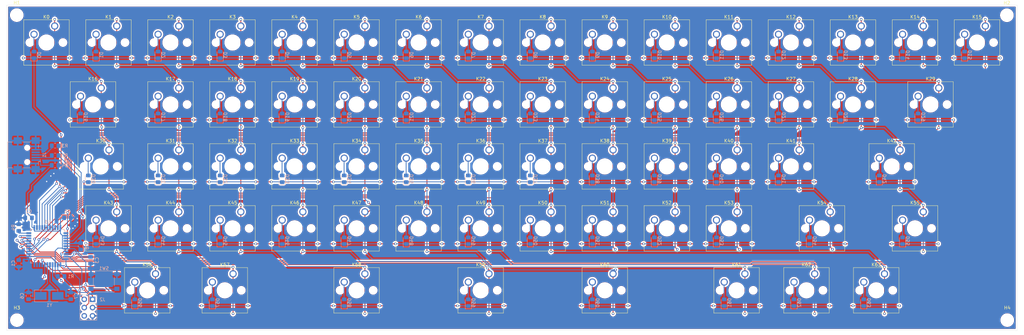
<source format=kicad_pcb>
(kicad_pcb (version 20211014) (generator pcbnew)
  (layers (0 "F.Cu" signal) (31 "B.Cu" signal) (34 "B.Paste" user) (35 "F.Paste" user) (36 "B.SilkS" user "B.Silkscreen") (37 "F.SilkS" user "F.Silkscreen") (38 "B.Mask" user) (39 "F.Mask" user) (44 "Edge.Cuts" user))
  (net 0 "")
  (net 1 "GND")
  (net 2 "VCC")
  (net 3 "Net-(C6-Pad1)")
  (net 4 "Net-(C7-Pad1)")
  (net 5 "Net-(C8-Pad1)")
  (net 6 "Net-(J1-Pad4)")
  (net 7 "Net-(J1-Pad3)")
  (net 8 "Net-(J1-Pad2)")
  (net 9 "Net-(R1-Pad1)")
  (net 10 "Net-(R2-Pad1)")
  (net 11 "Net-(R3-Pad1)")
  (net 12 "Net-(R4-Pad2)")
  (net 13 "Net-(U1-Pad42)")
  (net 14 "/Reset")
  (net 15 "/Row_0")
  (net 16 "/Row_1")
  (net 17 "/Row_2")
  (net 18 "/Row_3")
  (net 19 "/Row_4")
  (net 20 "/Row_5")
  (net 21 "/Row_6")
  (net 22 "/Col_0")
  (net 23 "/Col_1")
  (net 24 "/Col_2")
  (net 25 "/Col_3")
  (net 26 "/Col_4")
  (net 27 "/Col_5")
  (net 28 "/Col_6")
  (net 29 "/Col_7")
  (net 30 "/Col_8")
  (net 31 "/Col_9")
  (net 32 "/Col_10")
  (net 33 "/Col_11")
  (net 34 "/Col_12")
  (net 35 "/Col_13")
  (net 36 "/Col_14")
  (net 37 "/Col_15")
  (net 38 "/Col_16")
  (net 39 "/Col_17")
  (net 40 "Net-(D0-Pad2)")
  (net 41 "Net-(D1-Pad2)")
  (net 42 "Net-(D2-Pad2)")
  (net 43 "Net-(D3-Pad2)")
  (net 44 "Net-(D4-Pad2)")
  (net 45 "Net-(D5-Pad2)")
  (net 46 "Net-(D6-Pad2)")
  (net 47 "Net-(D7-Pad2)")
  (net 48 "Net-(D8-Pad2)")
  (net 49 "Net-(D9-Pad2)")
  (net 50 "Net-(D10-Pad2)")
  (net 51 "Net-(D11-Pad2)")
  (net 52 "Net-(D12-Pad2)")
  (net 53 "Net-(D13-Pad2)")
  (net 54 "Net-(D14-Pad2)")
  (net 55 "Net-(D15-Pad2)")
  (net 56 "Net-(D16-Pad2)")
  (net 57 "Net-(D17-Pad2)")
  (net 58 "Net-(D18-Pad2)")
  (net 59 "Net-(D19-Pad2)")
  (net 60 "Net-(D20-Pad2)")
  (net 61 "Net-(D21-Pad2)")
  (net 62 "Net-(D22-Pad2)")
  (net 63 "Net-(D23-Pad2)")
  (net 64 "Net-(D24-Pad2)")
  (net 65 "Net-(D25-Pad2)")
  (net 66 "Net-(D26-Pad2)")
  (net 67 "Net-(D27-Pad2)")
  (net 68 "Net-(D28-Pad2)")
  (net 69 "Net-(D29-Pad2)")
  (net 70 "Net-(D30-Pad2)")
  (net 71 "Net-(D31-Pad2)")
  (net 72 "Net-(D32-Pad2)")
  (net 73 "Net-(D33-Pad2)")
  (net 74 "Net-(D34-Pad2)")
  (net 75 "Net-(D35-Pad2)")
  (net 76 "Net-(D36-Pad2)")
  (net 77 "Net-(D37-Pad2)")
  (net 78 "Net-(D38-Pad2)")
  (net 79 "Net-(D39-Pad2)")
  (net 80 "Net-(D40-Pad2)")
  (net 81 "Net-(D41-Pad2)")
  (net 82 "Net-(D42-Pad2)")
  (net 83 "Net-(D43-Pad2)")
  (net 84 "Net-(D44-Pad2)")
  (net 85 "Net-(D45-Pad2)")
  (net 86 "Net-(D46-Pad2)")
  (net 87 "Net-(D47-Pad2)")
  (net 88 "Net-(D48-Pad2)")
  (net 89 "Net-(D49-Pad2)")
  (net 90 "Net-(D50-Pad2)")
  (net 91 "Net-(D51-Pad2)")
  (net 92 "Net-(D52-Pad2)")
  (net 93 "Net-(D53-Pad2)")
  (net 94 "Net-(D54-Pad2)")
  (net 95 "Net-(D55-Pad2)")
  (net 96 "Net-(D56-Pad2)")
  (net 97 "Net-(D57-Pad2)")
  (net 98 "Net-(D58-Pad2)")
  (net 99 "Net-(D59-Pad2)")
  (net 100 "Net-(D60-Pad2)")
  (net 101 "Net-(D61-Pad2)")
  (net 102 "Net-(D62-Pad2)")
  (net 103 "Net-(D63-Pad2)")
  (footprint "Button_Switch_Keyboard:SW_Cherry_MX_1.00u_PCB" (layer "F.Cu") (at 56.36625 32.52)
    (fp_text reference "K0")
    (fp_text value "KEYSW")
  )
  (footprint "MountingHole:MountingHole_3.2mm_M3_DIN965" (layer "F.Cu") (at 348.74 29.21)
    (fp_text reference "H2")
    (fp_text value "MountingHole")
  )
  (footprint "MountingHole:MountingHole_3.2mm_M3_DIN965" (layer "F.Cu") (at 44.76 122.97)
    (fp_text reference "H3")
    (fp_text value "MountingHole")
  )
  (footprint "MountingHole:MountingHole_3.2mm_M3_DIN965" (layer "F.Cu") (at 348.86 122.96)
    (fp_text reference "H4")
    (fp_text value "MountingHole")
  )
  (footprint "MountingHole:MountingHole_3.2mm_M3_DIN965" (layer "F.Cu") (at 44.72 29.17)
    (fp_text reference "H1")
    (fp_text value "MountingHole")
  )
  (footprint "Button_Switch_Keyboard:SW_Cherry_MX_1.00u_PCB" (layer "F.Cu") (at 289.72875 108.72)
    (fp_text reference "K62")
    (fp_text value "KEYSW")
  )
  (footprint "Button_Switch_Keyboard:SW_Cherry_MX_2.00u_PCB" (layer "F.Cu") (at 294.49125 89.67)
    (fp_text reference "K54")
    (fp_text value "KEYSW")
  )
  (footprint "Button_Switch_Keyboard:SW_Cherry_MX_1.00u_PCB" (layer "F.Cu") (at 151.61625 70.62)
    (fp_text reference "K34")
    (fp_text value "KEYSW")
  )
  (footprint "Button_Switch_Keyboard:SW_Cherry_MX_1.00u_PCB" (layer "F.Cu") (at 227.81625 70.62)
    (fp_text reference "K38")
    (fp_text value "KEYSW")
  )
  (footprint "Button_Switch_Keyboard:SW_Cherry_MX_1.00u_PCB" (layer "F.Cu") (at 227.81625 51.57)
    (fp_text reference "K24")
    (fp_text value "KEYSW")
  )
  (footprint "Button_Switch_Keyboard:SW_Cherry_MX_1.00u_PCB" (layer "F.Cu") (at 170.66625 32.52)
    (fp_text reference "K6")
    (fp_text value "KEYSW")
  )
  (footprint "Button_Switch_Keyboard:SW_Cherry_MX_1.25u_PCB" (layer "F.Cu") (at 268.2975 108.72)
    (fp_text reference "K61")
    (fp_text value "KEYSW")
  )
  (footprint "Button_Switch_Keyboard:SW_Cherry_MX_1.00u_PCB" (layer "F.Cu") (at 323.06625 89.67)
    (fp_text reference "K55")
    (fp_text value "KEYSW")
  )
  (footprint "Button_Switch_Keyboard:SW_Cherry_MX_1.50u_PCB" (layer "F.Cu") (at 70.65375 51.57)
    (fp_text reference "K16")
    (fp_text value "KEYSW")
  )
  (footprint "Button_Switch_Keyboard:SW_Cherry_MX_1.25u_PCB" (layer "F.Cu") (at 73.035 70.62)
    (fp_text reference "K30")
    (fp_text value "KEYSW")
  )
  (footprint "Button_Switch_Keyboard:SW_Cherry_MX_1.00u_PCB" (layer "F.Cu") (at 189.71625 32.52)
    (fp_text reference "K7")
    (fp_text value "KEYSW")
  )
  (footprint "Button_Switch_Keyboard:SW_Cherry_MX_1.00u_PCB" (layer "F.Cu") (at 113.51625 51.57)
    (fp_text reference "K18")
    (fp_text value "KEYSW")
  )
  (footprint "Button_Switch_Keyboard:SW_Cherry_MX_1.00u_PCB" (layer "F.Cu") (at 132.56625 51.57)
    (fp_text reference "K19")
    (fp_text value "KEYSW")
  )
  (footprint "Button_Switch_Keyboard:SW_Cherry_MX_1.00u_PCB" (layer "F.Cu") (at 75.41625 32.52)
    (fp_text reference "K1")
    (fp_text value "KEYSW")
  )
  (footprint "Button_Switch_Keyboard:SW_Cherry_MX_1.00u_PCB" (layer "F.Cu") (at 189.71625 108.72)
    (fp_text reference "K59")
    (fp_text value "KEYSW")
  )
  (footprint "Button_Switch_Keyboard:SW_Cherry_MX_1.00u_PCB" (layer "F.Cu") (at 284.96625 51.57)
    (fp_text reference "K27")
    (fp_text value "KEYSW")
  )
  (footprint "Button_Switch_Keyboard:SW_Cherry_MX_1.00u_PCB" (layer "F.Cu") (at 284.96625 32.52)
    (fp_text reference "K12")
    (fp_text value "KEYSW")
  )
  (footprint "Button_Switch_Keyboard:SW_Cherry_MX_2.25u_PCB" (layer "F.Cu") (at 315.9225 70.62)
    (fp_text reference "K42")
    (fp_text value "KEYSW")
  )
  (footprint "Button_Switch_Keyboard:SW_Cherry_MX_1.00u_PCB" (layer "F.Cu") (at 94.46625 70.62)
    (fp_text reference "K31")
    (fp_text value "KEYSW")
  )
  (footprint "Button_Switch_Keyboard:SW_Cherry_MX_1.00u_PCB" (layer "F.Cu") (at 170.66625 51.57)
    (fp_text reference "K21")
    (fp_text value "KEYSW")
  )
  (footprint "Button_Switch_Keyboard:SW_Cherry_MX_1.00u_PCB" (layer "F.Cu") (at 132.56625 89.67)
    (fp_text reference "K46")
    (fp_text value "KEYSW")
  )
  (footprint "Button_Switch_Keyboard:SW_Cherry_MX_1.00u_PCB" (layer "F.Cu") (at 304.01625 32.52)
    (fp_text reference "K13")
    (fp_text value "KEYSW")
  )
  (footprint "Button_Switch_Keyboard:SW_Cherry_MX_1.00u_PCB" (layer "F.Cu") (at 265.91625 51.57)
    (fp_text reference "K26")
    (fp_text value "KEYSW")
  )
  (footprint "Button_Switch_Keyboard:SW_Cherry_MX_1.00u_PCB" (layer "F.Cu") (at 246.86625 32.52)
    (fp_text reference "K10")
    (fp_text value "KEYSW")
  )
  (footprint "Button_Switch_Keyboard:SW_Cherry_MX_1.00u_PCB" (layer "F.Cu") (at 208.76625 32.52)
    (fp_text reference "K8")
    (fp_text value "KEYSW")
  )
  (footprint "Button_Switch_Keyboard:SW_Cherry_MX_1.00u_PCB" (layer "F.Cu") (at 132.56625 32.52)
    (fp_text reference "K4")
    (fp_text value "KEYSW")
  )
  (footprint "Button_Switch_Keyboard:SW_Cherry_MX_2.75u_PCB" (layer "F.Cu") (at 227.81625 108.72)
    (fp_text reference "K60")
    (fp_text value "KEYSW")
  )
  (footprint "Button_Switch_Keyboard:SW_Cherry_MX_1.00u_PCB" (layer "F.Cu") (at 151.61625 89.67)
    (fp_text reference "K47")
    (fp_text value "KEYSW")
  )
  (footprint "Button_Switch_Keyboard:SW_Cherry_MX_1.00u_PCB" (layer "F.Cu") (at 227.81625 89.67)
    (fp_text reference "K51")
    (fp_text value "KEYSW")
  )
  (footprint "Button_Switch_Keyboard:SW_Cherry_MX_1.00u_PCB" (layer "F.Cu") (at 189.71625 89.67)
    (fp_text reference "K49")
    (fp_text value "KEYSW")
  )
  (footprint "Button_Switch_Keyboard:SW_Cherry_MX_1.00u_PCB" (layer "F.Cu") (at 208.76625 70.62)
    (fp_text reference "K37")
    (fp_text value "KEYSW")
  )
  (footprint "Button_Switch_Keyboard:SW_Cherry_MX_1.00u_PCB" (layer "F.Cu") (at 208.76625 89.67)
    (fp_text reference "K50")
    (fp_text value "KEYSW")
  )
  (footprint "Button_Switch_Keyboard:SW_Cherry_MX_1.00u_PCB" (layer "F.Cu") (at 170.66625 70.62)
    (fp_text reference "K35")
    (fp_text value "KEYSW")
  )
  (footprint "Button_Switch_Keyboard:SW_Cherry_MX_1.00u_PCB" (layer "F.Cu") (at 151.61625 51.57)
    (fp_text reference "K20")
    (fp_text value "KEYSW")
  )
  (footprint "Button_Switch_Keyboard:SW_Cherry_MX_1.00u_PCB" (layer "F.Cu") (at 246.86625 89.67)
    (fp_text reference "K52")
    (fp_text value "KEYSW")
  )
  (footprint "Button_Switch_Keyboard:SW_Cherry_MX_1.00u_PCB" (layer "F.Cu") (at 94.46625 32.52)
    (fp_text reference "K2")
    (fp_text value "KEYSW")
  )
  (footprint "Button_Switch_Keyboard:SW_Cherry_MX_1.00u_PCB" (layer "F.Cu") (at 265.91625 70.62)
    (fp_text reference "K40")
    (fp_text value "KEYSW")
  )
  (footprint "Button_Switch_Keyboard:SW_Cherry_MX_1.00u_PCB" (layer "F.Cu") (at 323.06625 32.52)
    (fp_text reference "K14")
    (fp_text value "KEYSW")
  )
  (footprint "Button_Switch_Keyboard:SW_Cherry_MX_1.00u_PCB" (layer "F.Cu") (at 94.46625 51.57)
    (fp_text reference "K17")
    (fp_text value "KEYSW")
  )
  (footprint "Button_Switch_Keyboard:SW_Cherry_MX_1.00u_PCB" (layer "F.Cu") (at 227.81625 32.52)
    (fp_text reference "K9")
    (fp_text value "KEYSW")
  )
  (footprint "Button_Switch_Keyboard:SW_Cherry_MX_1.00u_PCB" (layer "F.Cu") (at 94.46625 89.67)
    (fp_text reference "K44")
    (fp_text value "KEYSW")
  )
  (footprint "Button_Switch_Keyboard:SW_Cherry_MX_1.00u_PCB" (layer "F.Cu") (at 189.71625 70.62)
    (fp_text reference "K36")
    (fp_text value "KEYSW")
  )
  (footprint "Button_Switch_Keyboard:SW_Cherry_MX_1.00u_PCB" (layer "F.Cu") (at 246.86625 51.57)
    (fp_text reference "K25")
    (fp_text value "KEYSW")
  )
  (footprint "Button_Switch_Keyboard:SW_Cherry_MX_1.00u_PCB" (layer "F.Cu") (at 189.71625 51.57)
    (fp_text reference "K22")
    (fp_text value "KEYSW")
  )
  (footprint "Button_Switch_Keyboard:SW_Cherry_MX_1.00u_PCB" (layer "F.Cu") (at 208.76625 51.57)
    (fp_text reference "K23")
    (fp_text value "KEYSW")
  )
  (footprint "Button_Switch_Keyboard:SW_Cherry_MX_1.25u_PCB" (layer "F.Cu") (at 87.3225 108.72)
    (fp_text reference "K56")
    (fp_text value "KEYSW")
  )
  (footprint "Button_Switch_Keyboard:SW_Cherry_MX_1.50u_PCB" (layer "F.Cu") (at 327.82875 51.57)
    (fp_text reference "K29")
    (fp_text value "KEYSW")
  )
  (footprint "Button_Switch_Keyboard:SW_Cherry_MX_1.00u_PCB" (layer "F.Cu") (at 113.51625 89.67)
    (fp_text reference "K45")
    (fp_text value "KEYSW")
  )
  (footprint "Button_Switch_Keyboard:SW_Cherry_MX_1.00u_PCB" (layer "F.Cu") (at 75.41625 89.67)
    (fp_text reference "K43")
    (fp_text value "KEYSW")
  )
  (footprint "Button_Switch_Keyboard:SW_Cherry_MX_1.00u_PCB" (layer "F.Cu") (at 265.91625 89.67)
    (fp_text reference "K53")
    (fp_text value "KEYSW")
  )
  (footprint "Button_Switch_Keyboard:SW_Cherry_MX_1.00u_PCB" (layer "F.Cu") (at 342.11625 32.52)
    (fp_text reference "K15")
    (fp_text value "KEYSW")
  )
  (footprint "Button_Switch_Keyboard:SW_Cherry_MX_1.00u_PCB" (layer "F.Cu") (at 304.01625 51.57)
    (fp_text reference "K28")
    (fp_text value "KEYSW")
  )
  (footprint "Button_Switch_Keyboard:SW_Cherry_MX_1.00u_PCB" (layer "F.Cu") (at 132.56625 70.62)
    (fp_text reference "K33")
    (fp_text value "KEYSW")
  )
  (footprint "Button_Switch_Keyboard:SW_Cherry_MX_1.00u_PCB" (layer "F.Cu") (at 246.86625 70.62)
    (fp_text reference "K39")
    (fp_text value "KEYSW")
  )
  (footprint "Button_Switch_Keyboard:SW_Cherry_MX_1.25u_PCB" (layer "F.Cu") (at 311.16 108.72)
    (fp_text reference "K63")
    (fp_text value "KEYSW")
  )
  (footprint "Button_Switch_Keyboard:SW_Cherry_MX_1.00u_PCB" (layer "F.Cu") (at 151.61625 32.52)
    (fp_text reference "K5")
    (fp_text value "KEYSW")
  )
  (footprint "Button_Switch_Keyboard:SW_Cherry_MX_1.00u_PCB" (layer "F.Cu") (at 113.51625 70.62)
    (fp_text reference "K32")
    (fp_text value "KEYSW")
  )
  (footprint "Button_Switch_Keyboard:SW_Cherry_MX_1.25u_PCB" (layer "F.Cu") (at 111.135 108.72)
    (fp_text reference "K57")
    (fp_text value "KEYSW")
  )
  (footprint "Button_Switch_Keyboard:SW_Cherry_MX_1.00u_PCB" (layer "F.Cu") (at 170.66625 89.67)
    (fp_text reference "K48")
    (fp_text value "KEYSW")
  )
  (footprint "Button_Switch_Keyboard:SW_Cherry_MX_1.00u_PCB" (layer "F.Cu") (at 265.91625 32.52)
    (fp_text reference "K11")
    (fp_text value "KEYSW")
  )
  (footprint "Button_Switch_Keyboard:SW_Cherry_MX_2.75u_PCB" (layer "F.Cu") (at 151.61625 108.72)
    (fp_text reference "K58")
    (fp_text value "KEYSW")
  )
  (footprint "Button_Switch_Keyboard:SW_Cherry_MX_1.00u_PCB" (layer "F.Cu") (at 113.51625 32.52)
    (fp_text reference "K3")
    (fp_text value "KEYSW")
  )
  (footprint "Button_Switch_Keyboard:SW_Cherry_MX_1.00u_PCB" (layer "F.Cu") (at 284.96625 70.62)
    (fp_text reference "K41")
    (fp_text value "KEYSW")
  )
  (footprint "Diode_SMD:D_0805_2012Metric_Pad1.15x1.40mm_HandSolder" (layer "B.Cu") (at 50.01625 41.41 90)
    (fp_text reference "D0")
    (fp_text value "D")
  )
  (footprint "Capacitor_SMD:C_0805_2012Metric_Pad1.15x1.40mm_HandSolder" (layer "B.Cu") (at 45.32 105.52 -90)
    (fp_text reference "C1")
    (fp_text value "0.1u")
  )
  (footprint "Capacitor_SMD:C_0805_2012Metric_Pad1.15x1.40mm_HandSolder" (layer "B.Cu") (at 48.345 91.52 180)
    (fp_text reference "C2")
    (fp_text value "0.1u")
  )
  (footprint "Capacitor_SMD:C_0805_2012Metric_Pad1.15x1.40mm_HandSolder" (layer "B.Cu") (at 67.37 104.55 -90)
    (fp_text reference "C3")
    (fp_text value "0.1u")
  )
  (footprint "Capacitor_SMD:C_0805_2012Metric_Pad1.15x1.40mm_HandSolder" (layer "B.Cu") (at 60.295 91.52)
    (fp_text reference "C5")
    (fp_text value "4.7u")
  )
  (footprint "Capacitor_SMD:C_0805_2012Metric_Pad1.15x1.40mm_HandSolder" (layer "B.Cu") (at 48.32 115.495 90)
    (fp_text reference "C6")
    (fp_text value "22p")
  )
  (footprint "Capacitor_SMD:C_0805_2012Metric_Pad1.15x1.40mm_HandSolder" (layer "B.Cu") (at 61.32 115.495 90)
    (fp_text reference "C7")
    (fp_text value "22p")
  )
  (footprint "Capacitor_SMD:C_0805_2012Metric_Pad1.15x1.40mm_HandSolder" (layer "B.Cu") (at 64.33 100.28 90)
    (fp_text reference "C8")
    (fp_text value "1u")
  )
  (footprint "Resistor_SMD:R_0805_2012Metric_Pad1.15x1.40mm_HandSolder" (layer "B.Cu") (at 58.345 109.52 180)
    (fp_text reference "R1")
    (fp_text value "10k")
  )
  (footprint "Resistor_SMD:R_0805_2012Metric_Pad1.15x1.40mm_HandSolder" (layer "B.Cu") (at 45.32 94.495 -90)
    (fp_text reference "R4")
    (fp_text value "10k")
  )
  (footprint "Button_Switch_SMD:SW_Push_1P1T_NO_6x6mm_H9.5mm" (layer "B.Cu") (at 71.48 111.09 180)
    (fp_text reference "SW1")
    (fp_text value "SW_Push")
  )
  (footprint "Crystal:Crystal_SMD_5032-2Pin_5.0x3.2mm_HandSoldering" (layer "B.Cu") (at 54.72 115.52)
    (fp_text reference "Y1")
    (fp_text value "Crystal")
  )
  (footprint "Package_QFP:TQFP-44_10x10mm_P0.8mm" (layer "B.Cu") (at 54.12 100.22 180)
    (fp_text reference "U1")
    (fp_text value "ATmega32U4-AU")
  )
  (footprint "Connector_PinHeader_2.54mm:PinHeader_2x03_P2.54mm_Vertical" (layer "B.Cu") (at 67.985 116.565 180)
    (fp_text reference "J2")
    (fp_text value "Conn_02x03_Odd_Even")
  )
  (footprint "Diode_SMD:D_0805_2012Metric_Pad1.15x1.40mm_HandSolder" (layer "B.Cu") (at 221.46625 60.46 90)
    (fp_text reference "D24")
    (fp_text value "D")
  )
  (footprint "Diode_SMD:D_0805_2012Metric_Pad1.15x1.40mm_HandSolder" (layer "B.Cu") (at 104.785 117.61 90)
    (fp_text reference "D57")
    (fp_text value "D")
  )
  (footprint "Diode_SMD:D_0805_2012Metric_Pad1.15x1.40mm_HandSolder" (layer "B.Cu") (at 316.71625 98.56 90)
    (fp_text reference "D55")
    (fp_text value "D")
  )
  (footprint "Diode_SMD:D_0805_2012Metric_Pad1.15x1.40mm_HandSolder" (layer "B.Cu") (at 69.06625 41.41 90)
    (fp_text reference "D1")
    (fp_text value "D")
  )
  (footprint "Diode_SMD:D_0805_2012Metric_Pad1.15x1.40mm_HandSolder" (layer "B.Cu") (at 261.9475 117.61 90)
    (fp_text reference "D61")
    (fp_text value "D")
  )
  (footprint "Diode_SMD:D_0805_2012Metric_Pad1.15x1.40mm_HandSolder" (layer "B.Cu") (at 80.9725 117.61 90)
    (fp_text reference "D56")
    (fp_text value "D")
  )
  (footprint "Capacitor_SMD:C_0805_2012Metric_Pad1.15x1.40mm_HandSolder" (layer "B.Cu") (at 56.4725 75.35625)
    (fp_text reference "C4")
    (fp_text value "0.1u")
  )
  (footprint "Diode_SMD:D_0805_2012Metric_Pad1.15x1.40mm_HandSolder" (layer "B.Cu") (at 164.31625 60.46 90)
    (fp_text reference "D21")
    (fp_text value "D")
  )
  (footprint "Diode_SMD:D_0805_2012Metric_Pad1.15x1.40mm_HandSolder" (layer "B.Cu") (at 202.41625 79.51 90)
    (fp_text reference "D37")
    (fp_text value "D")
  )
  (footprint "Diode_SMD:D_0805_2012Metric_Pad1.15x1.40mm_HandSolder" (layer "B.Cu") (at 145.26625 117.61 90)
    (fp_text reference "D58")
    (fp_text value "D")
  )
  (footprint "Diode_SMD:D_0805_2012Metric_Pad1.15x1.40mm_HandSolder" (layer "B.Cu") (at 145.26625 41.41 90)
    (fp_text reference "D5")
    (fp_text value "D")
  )
  (footprint "Diode_SMD:D_0805_2012Metric_Pad1.15x1.40mm_HandSolder" (layer "B.Cu") (at 88.11625 60.46 90)
    (fp_text reference "D17")
    (fp_text value "D")
  )
  (footprint "Diode_SMD:D_0805_2012Metric_Pad1.15x1.40mm_HandSolder" (layer "B.Cu") (at 259.56625 41.41 90)
    (fp_text reference "D11")
    (fp_text value "D")
  )
  (footprint "Diode_SMD:D_0805_2012Metric_Pad1.15x1.40mm_HandSolder" (layer "B.Cu") (at 221.46625 79.51 90)
    (fp_text reference "D38")
    (fp_text value "D")
  )
  (footprint "Diode_SMD:D_0805_2012Metric_Pad1.15x1.40mm_HandSolder" (layer "B.Cu") (at 183.36625 117.61 90)
    (fp_text reference "D59")
    (fp_text value "D")
  )
  (footprint "Diode_SMD:D_0805_2012Metric_Pad1.15x1.40mm_HandSolder" (layer "B.Cu") (at 107.16625 98.56 90)
    (fp_text reference "D45")
    (fp_text value "D")
  )
  (footprint "Diode_SMD:D_0805_2012Metric_Pad1.15x1.40mm_HandSolder" (layer "B.Cu") (at 145.26625 79.51 90)
    (fp_text reference "D34")
    (fp_text value "D")
  )
  (footprint "Diode_SMD:D_0805_2012Metric_Pad1.15x1.40mm_HandSolder" (layer "B.Cu") (at 278.61625 60.46 90)
    (fp_text reference "D27")
    (fp_text value "D")
  )
  (footprint "Diode_SMD:D_0805_2012Metric_Pad1.15x1.40mm_HandSolder" (layer "B.Cu") (at 88.11625 41.41 90)
    (fp_text reference "D2")
    (fp_text value "D")
  )
  (footprint "Diode_SMD:D_0805_2012Metric_Pad1.15x1.40mm_HandSolder" (layer "B.Cu") (at 202.41625 98.56 90)
    (fp_text reference "D50")
    (fp_text value "D")
  )
  (footprint "Diode_SMD:D_0805_2012Metric_Pad1.15x1.40mm_HandSolder" (layer "B.Cu") (at 283.37875 117.61 90)
    (fp_text reference "D62")
    (fp_text value "D")
  )
  (footprint "Diode_SMD:D_0805_2012Metric_Pad1.15x1.40mm_HandSolder" (layer "B.Cu") (at 297.66625 41.41 90)
    (fp_text reference "D13")
    (fp_text value "D")
  )
  (footprint "Diode_SMD:D_0805_2012Metric_Pad1.15x1.40mm_HandSolder" (layer "B.Cu") (at 107.16625 60.46 90)
    (fp_text reference "D18")
    (fp_text value "D")
  )
  (footprint "Diode_SMD:D_0805_2012Metric_Pad1.15x1.40mm_HandSolder" (layer "B.Cu") (at 145.26625 98.56 90)
    (fp_text reference "D47")
    (fp_text value "D")
  )
  (footprint "Resistor_SMD:R_0805_2012Metric_Pad1.15x1.40mm_HandSolder" (layer "B.Cu") (at 56.4975 69.35625 180)
    (fp_text reference "R3")
    (fp_text value "22R")
  )
  (footprint "Diode_SMD:D_0805_2012Metric_Pad1.15x1.40mm_HandSolder" (layer "B.Cu") (at 288.14125 98.56 90)
    (fp_text reference "D54")
    (fp_text value "D")
  )
  (footprint "Diode_SMD:D_0805_2012Metric_Pad1.15x1.40mm_HandSolder" (layer "B.Cu") (at 278.61625 41.41 90)
    (fp_text reference "D12")
    (fp_text value "D")
  )
  (footprint "Diode_SMD:D_0805_2012Metric_Pad1.15x1.40mm_HandSolder" (layer "B.Cu") (at 321.47875 60.46 90)
    (fp_text reference "D29")
    (fp_text value "D")
  )
  (footprint "Diode_SMD:D_0805_2012Metric_Pad1.15x1.40mm_HandSolder" (layer "B.Cu") (at 259.56625 60.46 90)
    (fp_text reference "D26")
    (fp_text value "D")
  )
  (footprint "Diode_SMD:D_0805_2012Metric_Pad1.15x1.40mm_HandSolder" (layer "B.Cu") (at 297.66625 60.46 90)
    (fp_text reference "D28")
    (fp_text value "D")
  )
  (footprint "Diode_SMD:D_0805_2012Metric_Pad1.15x1.40mm_HandSolder" (layer "B.Cu") (at 126.21625 60.46 90)
    (fp_text reference "D19")
    (fp_text value "D")
  )
  (footprint "Diode_SMD:D_0805_2012Metric_Pad1.15x1.40mm_HandSolder" (layer "B.Cu") (at 309.5725 79.51 90)
    (fp_text reference "D42")
    (fp_text value "D")
  )
  (footprint "Diode_SMD:D_0805_2012Metric_Pad1.15x1.40mm_HandSolder" (layer "B.Cu") (at 88.11625 98.56 90)
    (fp_text reference "D44")
    (fp_text value "D")
  )
  (footprint "Diode_SMD:D_0805_2012Metric_Pad1.15x1.40mm_HandSolder" (layer "B.Cu") (at 240.51625 60.46 90)
    (fp_text reference "D25")
    (fp_text value "D")
  )
  (footprint "Diode_SMD:D_0805_2012Metric_Pad1.15x1.40mm_HandSolder" (layer "B.Cu") (at 107.16625 79.51 90)
    (fp_text reference "D32")
    (fp_text value "D")
  )
  (footprint "Diode_SMD:D_0805_2012Metric_Pad1.15x1.40mm_HandSolder" (layer "B.Cu") (at 316.71625 41.41 90)
    (fp_text reference "D14")
    (fp_text value "D")
  )
  (footprint "Diode_SMD:D_0805_2012Metric_Pad1.15x1.40mm_HandSolder" (layer "B.Cu") (at 183.36625 60.46 90)
    (fp_text reference "D22")
    (fp_text value "D")
  )
  (footprint "Diode_SMD:D_0805_2012Metric_Pad1.15x1.40mm_HandSolder" (layer "B.Cu") (at 64.30375 60.46 90)
    (fp_text reference "D16")
    (fp_text value "D")
  )
  (footprint "Diode_SMD:D_0805_2012Metric_Pad1.15x1.40mm_HandSolder" (layer "B.Cu") (at 126.21625 41.41 90)
    (fp_text reference "D4")
    (fp_text value "D")
  )
  (footprint "Resistor_SMD:R_0805_2012Metric_Pad1.15x1.40mm_HandSolder" (layer "B.Cu") (at 56.4975 72.35625 180)
    (fp_text reference "R2")
    (fp_text value "22R")
  )
  (footprint "Connector_USB:USB_Mini-B_Wuerth_65100516121_Horizontal" (layer "B.Cu") (at 47.9225 72.15625 90)
    (fp_text reference "J1")
    (fp_text value "USB_mini_micro_B")
  )
  (footprint "Diode_SMD:D_0805_2012Metric_Pad1.15x1.40mm_HandSolder" (layer "B.Cu") (at 126.21625 79.51 90)
    (fp_text reference "D33")
    (fp_text value "D")
  )
  (footprint "Diode_SMD:D_0805_2012Metric_Pad1.15x1.40mm_HandSolder" (layer "B.Cu") (at 164.31625 79.51 90)
    (fp_text reference "D35")
    (fp_text value "D")
  )
  (footprint "Diode_SMD:D_0805_2012Metric_Pad1.15x1.40mm_HandSolder" (layer "B.Cu") (at 183.36625 98.56 90)
    (fp_text reference "D49")
    (fp_text value "D")
  )
  (footprint "Diode_SMD:D_0805_2012Metric_Pad1.15x1.40mm_HandSolder" (layer "B.Cu") (at 66.685 79.51 90)
    (fp_text reference "D30")
    (fp_text value "D")
  )
  (footprint "Diode_SMD:D_0805_2012Metric_Pad1.15x1.40mm_HandSolder" (layer "B.Cu") (at 240.51625 98.56 90)
    (fp_text reference "D52")
    (fp_text value "D")
  )
  (footprint "Diode_SMD:D_0805_2012Metric_Pad1.15x1.40mm_HandSolder" (layer "B.Cu") (at 278.61625 79.51 90)
    (fp_text reference "D41")
    (fp_text value "D")
  )
  (footprint "Diode_SMD:D_0805_2012Metric_Pad1.15x1.40mm_HandSolder" (layer "B.Cu") (at 164.31625 41.41 90)
    (fp_text reference "D6")
    (fp_text value "D")
  )
  (footprint "Diode_SMD:D_0805_2012Metric_Pad1.15x1.40mm_HandSolder" (layer "B.Cu") (at 69.06625 98.56 90)
    (fp_text reference "D43")
    (fp_text value "D")
  )
  (footprint "Diode_SMD:D_0805_2012Metric_Pad1.15x1.40mm_HandSolder" (layer "B.Cu") (at 240.51625 79.51 90)
    (fp_text reference "D39")
    (fp_text value "D")
  )
  (footprint "Diode_SMD:D_0805_2012Metric_Pad1.15x1.40mm_HandSolder" (layer "B.Cu") (at 164.31625 98.56 90)
    (fp_text reference "D48")
    (fp_text value "D")
  )
  (footprint "Diode_SMD:D_0805_2012Metric_Pad1.15x1.40mm_HandSolder" (layer "B.Cu") (at 202.41625 60.46 90)
    (fp_text reference "D23")
    (fp_text value "D")
  )
  (footprint "Diode_SMD:D_0805_2012Metric_Pad1.15x1.40mm_HandSolder" (layer "B.Cu") (at 259.56625 98.56 90)
    (fp_text reference "D53")
    (fp_text value "D")
  )
  (footprint "Diode_SMD:D_0805_2012Metric_Pad1.15x1.40mm_HandSolder" (layer "B.Cu") (at 304.81 117.61 90)
    (fp_text reference "D63")
    (fp_text value "D")
  )
  (footprint "Diode_SMD:D_0805_2012Metric_Pad1.15x1.40mm_HandSolder" (layer "B.Cu") (at 145.26625 60.46 90)
    (fp_text reference "D20")
    (fp_text value "D")
  )
  (footprint "Diode_SMD:D_0805_2012Metric_Pad1.15x1.40mm_HandSolder" (layer "B.Cu") (at 221.46625 117.61 90)
    (fp_text reference "D60")
    (fp_text value "D")
  )
  (footprint "Diode_SMD:D_0805_2012Metric_Pad1.15x1.40mm_HandSolder" (layer "B.Cu") (at 126.21625 98.56 90)
    (fp_text reference "D46")
    (fp_text value "D")
  )
  (footprint "Diode_SMD:D_0805_2012Metric_Pad1.15x1.40mm_HandSolder" (layer "B.Cu") (at 259.56625 79.51 90)
    (fp_text reference "D40")
    (fp_text value "D")
  )
  (footprint "Diode_SMD:D_0805_2012Metric_Pad1.15x1.40mm_HandSolder" (layer "B.Cu") (at 221.46625 98.56 90)
    (fp_text reference "D51")
    (fp_text value "D")
  )
  (footprint "Diode_SMD:D_0805_2012Metric_Pad1.15x1.40mm_HandSolder" (layer "B.Cu") (at 107.16625 41.41 90)
    (fp_text reference "D3")
    (fp_text value "D")
  )
  (footprint "Diode_SMD:D_0805_2012Metric_Pad1.15x1.40mm_HandSolder" (layer "B.Cu") (at 183.36625 41.41 90)
    (fp_text reference "D7")
    (fp_text value "D")
  )
  (footprint "Diode_SMD:D_0805_2012Metric_Pad1.15x1.40mm_HandSolder" (layer "B.Cu") (at 240.51625 41.41 90)
    (fp_text reference "D10")
    (fp_text value "D")
  )
  (footprint "Diode_SMD:D_0805_2012Metric_Pad1.15x1.40mm_HandSolder" (layer "B.Cu") (at 335.76625 41.41 90)
    (fp_text reference "D15")
    (fp_text value "D")
  )
  (footprint "Diode_SMD:D_0805_2012Metric_Pad1.15x1.40mm_HandSolder" (layer "B.Cu") (at 183.36625 79.51 90)
    (fp_text reference "D36")
    (fp_text value "D")
  )
  (footprint "Diode_SMD:D_0805_2012Metric_Pad1.15x1.40mm_HandSolder" (layer "B.Cu") (at 88.11625 79.51 90)
    (fp_text reference "D31")
    (fp_text value "D")
  )
  (footprint "Diode_SMD:D_0805_2012Metric_Pad1.15x1.40mm_HandSolder" (layer "B.Cu") (at 202.41625 41.41 90)
    (fp_text reference "D8")
    (fp_text value "D")
  )
  (footprint "Diode_SMD:D_0805_2012Metric_Pad1.15x1.40mm_HandSolder" (layer "B.Cu") (at 221.46625 41.41 90)
    (fp_text reference "D9")
    (fp_text value "D")
  )
  (gr_rect (start 41.59 26.07) (end 351.94 126.15) (layer "Edge.Cuts") (width 0.05) (fill none))
  (via (at 55.17 78.64) (size 0.8) (drill 0.4) (layers "F.Cu" "B.Cu") (net 1))
  (via (at 56.1 77.89) (size 0.8) (drill 0.4) (layers "F.Cu" "B.Cu") (net 1))
  (via (at 63.36 92.88) (size 0.8) (drill 0.4) (layers "F.Cu" "B.Cu") (net 1))
  (via (at 63.29 91.72) (size 0.8) (drill 0.4) (layers "F.Cu" "B.Cu") (net 1))
  (via (at 62.59 93.96) (size 0.8) (drill 0.4) (layers "F.Cu" "B.Cu") (net 1))
  (via (at 61.96 94.73) (size 0.8) (drill 0.4) (layers "F.Cu" "B.Cu") (net 1))
  (via (at 53.9 80.33) (size 0.8) (drill 0.4) (layers "F.Cu" "B.Cu") (net 1))
  (segment (start 60.62 114.47) (end 61.32 114.47) (width 0.25) (layer "B.Cu") (net 1))
  (segment (start 55.72 109.57) (end 60.62 114.47) (width 0.25) (layer "B.Cu") (net 1))
  (segment (start 57.32 94.52) (end 57.32 92.52) (width 0.25) (layer "B.Cu") (net 1))
  (segment (start 63.94859 99.255) (end 64.33 99.255) (width 0.25) (layer "B.Cu") (net 1))
  (segment (start 59.82 99.42) (end 63.78359 99.42) (width 0.25) (layer "B.Cu") (net 1))
  (segment (start 63.78359 99.42) (end 63.94859 99.255) (width 0.25) (layer "B.Cu") (net 1))
  (segment (start 46.02 106.545) (end 45.32 106.545) (width 0.25) (layer "B.Cu") (net 1))
  (segment (start 48.42 104.745) (end 46.62 106.545) (width 0.25) (layer "B.Cu") (net 1))
  (segment (start 55.72 105.92) (end 55.72 109.57) (width 0.25) (layer "B.Cu") (net 1))
  (segment (start 46.62 106.545) (end 46.02 106.545) (width 0.25) (layer "B.Cu") (net 1))
  (segment (start 48.42 104.22) (end 48.42 104.745) (width 0.25) (layer "B.Cu") (net 1))
  (segment (start 50.92 94.52) (end 50.92 90.04) (width 0.25) (layer "B.Cu") (net 1))
  (segment (start 50.92 90.04) (end 51.16 89.8) (width 0.25) (layer "B.Cu") (net 1))
  (segment (start 65.864501 113.119901) (end 65.440099 112.695499) (width 0.25) (layer "F.Cu") (net 2))
  (segment (start 67.985 115.465) (end 67.534295 115.014295) (width 0.25) (layer "F.Cu") (net 2))
  (segment (start 65.864501 113.508797) (end 65.864501 113.119901) (width 0.25) (layer "F.Cu") (net 2))
  (segment (start 60.55049 112.99049) (end 58.35 110.79) (width 0.25) (layer "F.Cu") (net 2))
  (segment (start 67.259999 114.904295) (end 65.864501 113.508797) (width 0.25) (layer "F.Cu") (net 2))
  (segment (start 64.839901 112.695499) (end 64.54491 112.99049) (width 0.25) (layer "F.Cu") (net 2))
  (segment (start 67.985 116.565) (end 67.985 115.465) (width 0.25) (layer "F.Cu") (net 2))
  (segment (start 65.440099 112.695499) (end 64.839901 112.695499) (width 0.25) (layer "F.Cu") (net 2))
  (segment (start 67.534295 115.014295) (end 67.259999 115.014295) (width 0.25) (layer "F.Cu") (net 2))
  (segment (start 67.259999 115.014295) (end 67.259999 114.904295) (width 0.25) (layer "F.Cu") (net 2))
  (segment (start 64.54491 112.99049) (end 60.55049 112.99049) (width 0.25) (layer "F.Cu") (net 2))
  (via (at 58.35 110.79) (size 0.8) (drill 0.4) (layers "F.Cu" "B.Cu") (net 2))
  (segment (start 48.42 103.42) (end 55.02 103.42) (width 0.25) (layer "B.Cu") (net 2))
  (segment (start 55.4475 75.35625) (end 52.1225 75.35625) (width 0.25) (layer "B.Cu") (net 2))
  (segment (start 45.82 103.42) (end 45.32 103.92) (width 0.25) (layer "B.Cu") (net 2))
  (segment (start 50.195001 95.595001) (end 58.044999 95.595001) (width 0.25) (layer "B.Cu") (net 2))
  (segment (start 58.12 94.52) (end 58.12 96.32) (width 0.25) (layer "B.Cu") (net 2))
  (segment (start 48.42 103.42) (end 45.82 103.42) (width 0.25) (layer "B.Cu") (net 2))
  (segment (start 58.695 91.52) (end 59.27 91.52) (width 0.25) (layer "B.Cu") (net 2))
  (segment (start 58.82 101.02) (end 59.82 101.02) (width 0.25) (layer "B.Cu") (net 2))
  (segment (start 58.12 92.095) (end 58.695 91.52) (width 0.25) (layer "B.Cu") (net 2))
  (segment (start 52.1225 75.35625) (end 52.0225 75.25625) (width 0.25) (layer "B.Cu") (net 2))
  (segment (start 58.744999 100.944999) (end 58.82 101.02) (width 0.25) (layer "B.Cu") (net 2))
  (segment (start 51.5225 73.75625) (end 50.5225 73.75625) (width 0.25) (layer "B.Cu") (net 2))
  (segment (start 49.595 94.52) (end 50.12 94.52) (width 0.25) (layer "B.Cu") (net 2))
  (segment (start 58.82 97.02) (end 59.82 97.02) (width 0.25) (layer "B.Cu") (net 2))
  (segment (start 59.82 101.02) (end 62.457507 101.02) (width 0.25) (layer "B.Cu") (net 2))
  (segment (start 50.12 94.52) (end 50.12 95.52) (width 0.25) (layer "B.Cu") (net 2))
  (segment (start 58.12 94.52) (end 58.12 92.095) (width 0.25) (layer "B.Cu") (net 2))
  (segment (start 62.457507 101.02) (end 64.962507 103.525) (width 0.25) (layer "B.Cu") (net 2))
  (segment (start 58.12 96.32) (end 58.82 97.02) (width 0.25) (layer "B.Cu") (net 2))
  (segment (start 55.02 103.42) (end 56.52 104.92) (width 0.25) (layer "B.Cu") (net 2))
  (segment (start 56.745 109.52) (end 57.32 109.52) (width 0.25) (layer "B.Cu") (net 2))
  (segment (start 64.962507 103.525) (end 67.37 103.525) (width 0.25) (layer "B.Cu") (net 2))
  (segment (start 45.32 103.92) (end 45.32 104.495) (width 0.25) (layer "B.Cu") (net 2))
  (segment (start 58.615499 100.815499) (end 58.82 101.02) (width 0.25) (layer "B.Cu") (net 2))
  (segment (start 57.349901 100.815499) (end 58.615499 100.815499) (width 0.25) (layer "B.Cu") (net 2))
  (segment (start 58.744999 97.095001) (end 58.744999 100.944999) (width 0.25) (layer "B.Cu") (net 2))
  (segment (start 55.4475 75.35625) (end 49.245 81.55875) (width 0.25) (layer "B.Cu") (net 2))
  (segment (start 49.245 81.55875) (end 49.245 82.745) (width 0.25) (layer "B.Cu") (net 2))
  (segment (start 58.35 110.55) (end 57.32 109.52) (width 0.25) (layer "B.Cu") (net 2))
  (segment (start 49.37 91.52) (end 49.37 94.295) (width 0.25) (layer "B.Cu") (net 2))
  (segment (start 56.52 105.92) (end 56.52 101.6454) (width 0.25) (layer "B.Cu") (net 2))
  (segment (start 58.35 110.79) (end 58.35 110.55) (width 0.25) (layer "B.Cu") (net 2))
  (segment (start 48.070489 83.919511) (end 48.070489 90.220489) (width 0.25) (layer "B.Cu") (net 2))
  (segment (start 56.52 109.295) (end 56.745 109.52) (width 0.25) (layer "B.Cu") (net 2))
  (segment (start 58.044999 95.595001) (end 58.12 95.52) (width 0.25) (layer "B.Cu") (net 2))
  (segment (start 49.37 94.295) (end 49.595 94.52) (width 0.25) (layer "B.Cu") (net 2))
  (segment (start 56.52 104.92) (end 56.52 105.92) (width 0.25) (layer "B.Cu") (net 2))
  (segment (start 49.245 82.745) (end 48.070489 83.919511) (width 0.25) (layer "B.Cu") (net 2))
  (segment (start 48.070489 90.220489) (end 49.37 91.52) (width 0.25) (layer "B.Cu") (net 2))
  (segment (start 56.52 105.92) (end 56.52 109.295) (width 0.25) (layer "B.Cu") (net 2))
  (segment (start 56.52 101.6454) (end 57.349901 100.815499) (width 0.25) (layer "B.Cu") (net 2))
  (segment (start 52.0225 75.25625) (end 52.0225 74.25625) (width 0.25) (layer "B.Cu") (net 2))
  (segment (start 58.12 95.52) (end 58.12 94.52) (width 0.25) (layer "B.Cu") (net 2))
  (segment (start 58.82 97.02) (end 58.744999 97.095001) (width 0.25) (layer "B.Cu") (net 2))
  (segment (start 52.0225 74.25625) (end 51.5225 73.75625) (width 0.25) (layer "B.Cu") (net 2))
  (segment (start 50.12 95.52) (end 50.195001 95.595001) (width 0.25) (layer "B.Cu") (net 2))
  (segment (start 54.12 105.92) (end 54.12 111.72) (width 0.25) (layer "B.Cu") (net 3))
  (segment (start 50.32 116.52) (end 48.32 116.52) (width 0.25) (layer "B.Cu") (net 3))
  (segment (start 52.12 115.52) (end 51.32 115.52) (width 0.25) (layer "B.Cu") (net 3))
  (segment (start 52.12 113.72) (end 52.12 115.52) (width 0.25) (layer "B.Cu") (net 3))
  (segment (start 51.32 115.52) (end 50.32 116.52) (width 0.25) (layer "B.Cu") (net 3))
  (segment (start 54.12 111.72) (end 52.12 113.72) (width 0.25) (layer "B.Cu") (net 3))
  (segment (start 54.92 111.12) (end 57.32 113.52) (width 0.25) (layer "B.Cu") (net 4))
  (segment (start 57.32 115.52) (end 58.32 115.52) (width 0.25) (layer "B.Cu") (net 4))
  (segment (start 54.92 105.92) (end 54.92 111.12) (width 0.25) (layer "B.Cu") (net 4))
  (segment (start 59.32 116.52) (end 61.32 116.52) (width 0.25) (layer "B.Cu") (net 4))
  (segment (start 57.32 113.52) (end 57.32 115.52) (width 0.25) (layer "B.Cu") (net 4))
  (segment (start 58.32 115.52) (end 59.32 116.52) (width 0.25) (layer "B.Cu") (net 4))
  (segment (start 63.62 100.22) (end 64.33 100.93) (width 0.25) (layer "B.Cu") (net 5))
  (segment (start 59.82 100.22) (end 63.62 100.22) (width 0.25) (layer "B.Cu") (net 5))
  (segment (start 64.33 100.93) (end 64.33 101.305) (width 0.25) (layer "B.Cu") (net 5))
  (segment (start 50.5225 72.15625) (end 53.3725 72.15625) (width 0.25) (layer "B.Cu") (net 7))
  (segment (start 53.3725 72.15625) (end 55.4725 70.05625) (width 0.25) (layer "B.Cu") (net 7))
  (segment (start 55.4725 70.05625) (end 55.4725 69.35625) (width 0.25) (layer "B.Cu") (net 7))
  (segment (start 54.8725 72.95625) (end 55.4725 72.35625) (width 0.25) (layer "B.Cu") (net 8))
  (segment (start 50.5225 72.95625) (end 54.8725 72.95625) (width 0.25) (layer "B.Cu") (net 8))
  (segment (start 75.5 113.43) (end 67.55 113.43) (width 0.25) (layer "B.Cu") (net 9))
  (segment (start 67.37 113.52) (end 66.425499 114.464501) (width 0.25) (layer "B.Cu") (net 9))
  (segment (start 57.32 107.47) (end 59.37 109.52) (width 0.25) (layer "B.Cu") (net 9))
  (segment (start 66.425499 114.464501) (end 63.779901 114.464501) (width 0.25) (layer "B.Cu") (net 9))
  (segment (start 63.779901 114.464501) (end 59.37 110.0546) (width 0.25) (layer "B.Cu") (net 9))
  (segment (start 57.32 105.92) (end 57.32 107.47) (width 0.25) (layer "B.Cu") (net 9))
  (segment (start 59.37 110.0546) (end 59.37 109.52) (width 0.25) (layer "B.Cu") (net 9))
  (segment (start 63.964989 89.598208) (end 65.02 90.653219) (width 0.25) (layer "F.Cu") (net 10))
  (segment (start 65.02 90.653219) (end 65.02 91.14) (width 0.25) (layer "F.Cu") (net 10))
  (via (at 63.964989 89.598208) (size 0.8) (drill 0.4) (layers "F.Cu" "B.Cu") (net 10))
  (via (at 65.02 91.14) (size 0.8) (drill 0.4) (layers "F.Cu" "B.Cu") (net 10))
  (segment (start 64.065989 78.899739) (end 64.065989 89.497208) (width 0.25) (layer "B.Cu") (net 10))
  (segment (start 64.065989 89.497208) (end 63.964989 89.598208) (width 0.25) (layer "B.Cu") (net 10))
  (segment (start 65.02 95.49) (end 65.02 91.14) (width 0.25) (layer "B.Cu") (net 10))
  (segment (start 61.89 98.62) (end 65.02 95.49) (width 0.25) (layer "B.Cu") (net 10))
  (segment (start 59.82 98.62) (end 61.89 98.62) (width 0.25) (layer "B.Cu") (net 10))
  (segment (start 57.5225 72.35625) (end 64.065989 78.899739) (width 0.25) (layer "B.Cu") (net 10))
  (segment (start 60.82 97.82) (end 64.295499 94.344501) (width 0.25) (layer "B.Cu") (net 11))
  (segment (start 64.295499 90.639901) (end 64.715499 90.219901) (width 0.25) (layer "B.Cu") (net 11))
  (segment (start 64.715499 90.219901) (end 64.715499 89.190099) (width 0.25) (layer "B.Cu") (net 11))
  (segment (start 64.515499 77.632181) (end 57.5225 70.639182) (width 0.25) (layer "B.Cu") (net 11))
  (segment (start 57.5225 70.639182) (end 57.5225 69.35625) (width 0.25) (layer "B.Cu") (net 11))
  (segment (start 64.715499 89.190099) (end 64.515499 88.990099) (width 0.25) (layer "B.Cu") (net 11))
  (segment (start 64.515499 88.990099) (end 64.515499 77.632181) (width 0.25) (layer "B.Cu") (net 11))
  (segment (start 64.295499 94.344501) (end 64.295499 90.639901) (width 0.25) (layer "B.Cu") (net 11))
  (segment (start 59.82 97.82) (end 60.82 97.82) (width 0.25) (layer "B.Cu") (net 11))
  (segment (start 45.32 96.095) (end 45.32 95.52) (width 0.25) (layer "B.Cu") (net 12))
  (segment (start 45.445 96.22) (end 45.32 96.095) (width 0.25) (layer "B.Cu") (net 12))
  (segment (start 48.42 96.22) (end 45.445 96.22) (width 0.25) (layer "B.Cu") (net 12))
  (segment (start 43.36 110.16) (end 47.9 110.16) (width 0.25) (layer "F.Cu") (net 15))
  (segment (start 194.31625 42.35) (end 199.08625 42.35) (width 0.25) (layer "F.Cu") (net 15))
  (segment (start 80.01625 42.35) (end 84.78625 42.35) (width 0.25) (layer "F.Cu") (net 15))
  (segment (start 43.18 109.98) (end 43.36 110.16) (width 0.25) (layer "F.Cu") (net 15))
  (segment (start 54.98 81.28) (end 43.18 93.08) (width 0.25) (layer "F.Cu") (net 15))
  (segment (start 52.77 110.16) (end 53.27 109.66) (width 0.25) (layer "F.Cu") (net 15))
  (segment (start 175.26625 42.35) (end 180.03625 42.35) (width 0.25) (layer "F.Cu") (net 15))
  (segment (start 58.34 77.92) (end 54.98 81.28) (width 0.25) (layer "F.Cu") (net 15))
  (segment (start 47.9 110.16) (end 52.77 110.16) (width 0.25) (layer "F.Cu") (net 15))
  (segment (start 308.61625 42.35) (end 313.38625 42.35) (width 0.25) (layer "F.Cu") (net 15))
  (segment (start 156.21625 42.35) (end 160.98625 42.35) (width 0.25) (layer "F.Cu") (net 15))
  (segment (start 289.56625 42.35) (end 294.33625 42.35) (width 0.25) (layer "F.Cu") (net 15))
  (segment (start 118.11625 42.35) (end 122.88625 42.35) (width 0.25) (layer "F.Cu") (net 15))
  (segment (start 137.16625 42.35) (end 141.93625 42.35) (width 0.25) (layer "F.Cu") (net 15))
  (segment (start 60.96625 42.35) (end 65.73625 42.35) (width 0.25) (layer "F.Cu") (net 15))
  (segment (start 251.46625 42.35) (end 256.23625 42.35) (width 0.25) (layer "F.Cu") (net 15))
  (segment (start 99.06625 42.35) (end 103.83625 42.35) (width 0.25) (layer "F.Cu") (net 15))
  (segment (start 43.18 93.08) (end 43.18 109.98) (width 0.25) (layer "F.Cu") (net 15))
  (segment (start 327.66625 42.35) (end 332.43625 42.35) (width 0.25) (layer "F.Cu") (net 15))
  (segment (start 58.34 66.02) (end 58.34 77.92) (width 0.25) (layer "F.Cu") (net 15))
  (segment (start 232.41625 42.35) (end 237.18625 42.35) (width 0.25) (layer "F.Cu") (net 15))
  (segment (start 213.36625 42.35) (end 218.13625 42.35) (width 0.25) (layer "F.Cu") (net 15))
  (segment (start 270.51625 42.35) (end 275.28625 42.35) (width 0.25) (layer "F.Cu") (net 15))
  (via (at 137.16625 42.35) (size 0.8) (drill 0.4) (layers "F.Cu" "B.Cu") (net 15))
  (via (at 275.28625 42.35) (size 0.8) (drill 0.4) (layers "F.Cu" "B.Cu") (net 15))
  (via (at 53.27 109.66) (size 0.8) (drill 0.4) (layers "F.Cu" "B.Cu") (net 15))
  (via (at 327.66625 42.35) (size 0.8) (drill 0.4) (layers "F.Cu" "B.Cu") (net 15))
  (via (at 308.61625 42.35) (size 0.8) (drill 0.4) (layers "F.Cu" "B.Cu") (net 15))
  (via (at 218.13625 42.35) (size 0.8) (drill 0.4) (layers "F.Cu" "B.Cu") (net 15))
  (via (at 199.08625 42.35) (size 0.8) (drill 0.4) (layers "F.Cu" "B.Cu") (net 15))
  (via (at 60.96625 42.35) (size 0.8) (drill 0.4) (layers "F.Cu" "B.Cu") (net 15))
  (via (at 270.51625 42.35) (size 0.8) (drill 0.4) (layers "F.Cu" "B.Cu") (net 15))
  (via (at 156.21625 42.35) (size 0.8) (drill 0.4) (layers "F.Cu" "B.Cu") (net 15))
  (via (at 294.33625 42.35) (size 0.8) (drill 0.4) (layers "F.Cu" "B.Cu") (net 15))
  (via (at 332.43625 42.35) (size 0.8) (drill 0.4) (layers "F.Cu" "B.Cu") (net 15))
  (via (at 65.73625 42.35) (size 0.8) (drill 0.4) (layers "F.Cu" "B.Cu") (net 15))
  (via (at 99.06625 42.35) (size 0.8) (drill 0.4) (layers "F.Cu" "B.Cu") (net 15))
  (via (at 46.68625 42.35) (size 0.8) (drill 0.4) (layers "F.Cu" "B.Cu") (net 15))
  (via (at 346.71625 42.35) (size 0.8) (drill 0.4) (layers "F.Cu" "B.Cu") (net 15))
  (via (at 118.11625 42.35) (size 0.8) (drill 0.4) (layers "F.Cu" "B.Cu") (net 15))
  (via (at 313.38625 42.35) (size 0.8) (drill 0.4) (layers "F.Cu" "B.Cu") (net 15))
  (via (at 232.41625 42.35) (size 0.8) (drill 0.4) (layers "F.Cu" "B.Cu") (net 15))
  (via (at 58.34 66.02) (size 0.8) (drill 0.4) (layers "F.Cu" "B.Cu") (net 15))
  (via (at 84.78625 42.35) (size 0.8) (drill 0.4) (layers "F.Cu" "B.Cu") (net 15))
  (via (at 289.56625 42.35) (size 0.8) (drill 0.4) (layers "F.Cu" "B.Cu") (net 15))
  (via (at 175.26625 42.35) (size 0.8) (drill 0.4) (layers "F.Cu" "B.Cu") (net 15))
  (via (at 237.18625 42.35) (size 0.8) (drill 0.4) (layers "F.Cu" "B.Cu") (net 15))
  (via (at 194.31625 42.35) (size 0.8) (drill 0.4) (layers "F.Cu" "B.Cu") (net 15))
  (via (at 103.83625 42.35) (size 0.8) (drill 0.4) (layers "F.Cu" "B.Cu") (net 15))
  (via (at 122.88625 42.35) (size 0.8) (drill 0.4) (layers "F.Cu" "B.Cu") (net 15))
  (via (at 180.03625 42.35) (size 0.8) (drill 0.4) (layers "F.Cu" "B.Cu") (net 15))
  (via (at 256.23625 42.35) (size 0.8) (drill 0.4) (layers "F.Cu" "B.Cu") (net 15))
  (via (at 160.98625 42.35) (size 0.8) (drill 0.4) (layers "F.Cu" "B.Cu") (net 15))
  (via (at 251.46625 42.35) (size 0.8) (drill 0.4) (layers "F.Cu" "B.Cu") (net 15))
  (via (at 80.01625 42.35) (size 0.8) (drill 0.4) (layers "F.Cu" "B.Cu") (net 15))
  (via (at 213.36625 42.35) (size 0.8) (drill 0.4) (layers "F.Cu" "B.Cu") (net 15))
  (via (at 141.93625 42.35) (size 0.8) (drill 0.4) (layers "F.Cu" "B.Cu") (net 15))
  (segment (start 141.93625 42.35) (end 156.21625 42.35) (width 0.25) (layer "B.Cu") (net 15))
  (segment (start 180.03625 42.35) (end 194.31625 42.35) (width 0.25) (layer "B.Cu") (net 15))
  (segment (start 294.33625 42.35) (end 308.61625 42.35) (width 0.25) (layer "B.Cu") (net 15))
  (segment (start 122.88625 42.35) (end 137.16625 42.35) (width 0.25) (layer "B.Cu") (net 15))
  (segment (start 53.27 109.66) (end 53.32 109.61) (width 0.25) (layer "B.Cu") (net 15))
  (segment (start 237.18625 42.35) (end 251.46625 42.35) (width 0.25) (layer "B.Cu") (net 15))
  (segment (start 313.38625 42.35) (end 327.66625 42.35) (width 0.25) (layer "B.Cu") (net 15))
  (segment (start 50.01625 42.435) (end 50.01625 57.41625) (width 0.25) (layer "B.Cu") (net 15))
  (segment (start 275.28625 42.35) (end 289.56625 42.35) (width 0.25) (layer "B.Cu") (net 15))
  (segment (start 199.08625 42.35) (end 213.36625 42.35) (width 0.25) (layer "B.Cu") (net 15))
  (segment (start 57.96 65.36) (end 58.34 65.74) (width 0.25) (layer "B.Cu") (net 15))
  (segment (start 50.01625 57.41625) (end 57.96 65.36) (width 0.25) (layer "B.Cu") (net 15))
  (segment (start 58.34 65.74) (end 58.34 66.02) (width 0.25) (layer "B.Cu") (net 15))
  (segment (start 53.32 109.61) (end 53.32 105.92) (width 0.25) (layer "B.Cu") (net 15))
  (segment (start 218.13625 42.35) (end 232.41625 42.35) (width 0.25) (layer "B.Cu") (net 15))
  (segment (start 46.68625 42.35) (end 60.96625 42.35) (width 0.25) (layer "B.Cu") (net 15))
  (segment (start 84.78625 42.35) (end 99.06625 42.35) (width 0.25) (layer "B.Cu") (net 15))
  (segment (start 256.23625 42.35) (end 270.51625 42.35) (width 0.25) (layer "B.Cu") (net 15))
  (segment (start 160.98625 42.35) (end 175.26625 42.35) (width 0.25) (layer "B.Cu") (net 15))
  (segment (start 332.43625 42.35) (end 346.71625 42.35) (width 0.25) (layer "B.Cu") (net 15))
  (segment (start 103.83625 42.35) (end 118.11625 42.35) (width 0.25) (layer "B.Cu") (net 15))
  (segment (start 65.73625 42.35) (end 80.01625 42.35) (width 0.25) (layer "B.Cu") (net 15))
  (segment (start 218.07 61.4) (end 218.39 61.08) (width 0.25) (layer "F.Cu") (net 16))
  (segment (start 118.11625 61.4) (end 122.88625 61.4) (width 0.25) (layer "F.Cu") (net 16))
  (segment (start 218.39 61.08) (end 218.39 61.14625) (width 0.25) (layer "F.Cu") (net 16))
  (segment (start 332.42875 97.36125) (end 324.791956 104.998044) (width 0.25) (layer "F.Cu") (net 16))
  (segment (start 75.25375 61.4) (end 84.78625 61.4) (width 0.25) (layer "F.Cu") (net 16))
  (segment (start 74.871022 104.998044) (end 73.359066 106.51) (width 0.25) (layer "F.Cu") (net 16))
  (segment (start 332.42875 61.4) (end 332.42875 97.36125) (width 0.25) (layer "F.Cu") (net 16))
  (segment (start 251.46625 61.4) (end 256.23625 61.4) (width 0.25) (layer "F.Cu") (net 16))
  (segment (start 137.16625 61.4) (end 141.93625 61.4) (width 0.25) (layer "F.Cu") (net 16))
  (segment (start 73.359066 106.51) (end 59.26 106.51) (width 0.25) (layer "F.Cu") (net 16))
  (segment (start 156.21625 61.4) (end 160.98625 61.4) (width 0.25) (layer "F.Cu") (net 16))
  (segment (start 194.31625 61.4) (end 199.08625 61.4) (width 0.25) (layer "F.Cu") (net 16))
  (segment (start 324.791956 104.998044) (end 74.871022 104.998044) (width 0.25) (layer "F.Cu") (net 16))
  (segment (start 218.39 61.14625) (end 218.13625 61.4) (width 0.25) (layer "F.Cu") (net 16))
  (segment (start 175.26625 61.4) (end 180.03625 61.4) (width 0.25) (layer "F.Cu") (net 16))
  (segment (start 270.51625 61.4) (end 275.28625 61.4) (width 0.25) (layer "F.Cu") (net 16))
  (segment (start 289.56625 61.4) (end 294.33625 61.4) (width 0.25) (layer "F.Cu") (net 16))
  (segment (start 99.06625 61.4) (end 103.83625 61.4) (width 0.25) (layer "F.Cu") (net 16))
  (segment (start 308.61625 61.4) (end 318.14875 61.4) (width 0.25) (layer "F.Cu") (net 16))
  (segment (start 213.36625 61.4) (end 218.07 61.4) (width 0.25) (layer "F.Cu") (net 16))
  (segment (start 232.41625 61.4) (end 237.18625 61.4) (width 0.25) (layer "F.Cu") (net 16))
  (via (at 141.93625 61.4) (size 0.8) (drill 0.4) (layers "F.Cu" "B.Cu") (net 16))
  (via (at 175.26625 61.4) (size 0.8) (drill 0.4) (layers "F.Cu" "B.Cu") (net 16))
  (via (at 199.08625 61.4) (size 0.8) (drill 0.4) (layers "F.Cu" "B.Cu") (net 16))
  (via (at 332.42875 61.4) (size 0.8) (drill 0.4) (layers "F.Cu" "B.Cu") (net 16))
  (via (at 294.33625 61.4) (size 0.8) (drill 0.4) (layers "F.Cu" "B.Cu") (net 16))
  (via (at 232.41625 61.4) (size 0.8) (drill 0.4) (layers "F.Cu" "B.Cu") (net 16))
  (via (at 275.28625 61.4) (size 0.8) (drill 0.4) (layers "F.Cu" "B.Cu") (net 16))
  (via (at 308.61625 61.4) (size 0.8) (drill 0.4) (layers "F.Cu" "B.Cu") (net 16))
  (via (at 318.14875 61.4) (size 0.8) (drill 0.4) (layers "F.Cu" "B.Cu") (net 16))
  (via (at 84.78625 61.4) (size 0.8) (drill 0.4) (layers "F.Cu" "B.Cu") (net 16))
  (via (at 122.88625 61.4) (size 0.8) (drill 0.4) (layers "F.Cu" "B.Cu") (net 16))
  (via (at 156.21625 61.4) (size 0.8) (drill 0.4) (layers "F.Cu" "B.Cu") (net 16))
  (via (at 60.97375 61.4) (size 0.8) (drill 0.4) (layers "F.Cu" "B.Cu") (net 16))
  (via (at 213.36625 61.4) (size 0.8) (drill 0.4) (layers "F.Cu" "B.Cu") (net 16))
  (via (at 137.16625 61.4) (size 0.8) (drill 0.4) (layers "F.Cu" "B.Cu") (net 16))
  (via (at 256.23625 61.4) (size 0.8) (drill 0.4) (layers "F.Cu" "B.Cu") (net 16))
  (via (at 218.13625 61.4) (size 0.8) (drill 0.4) (layers "F.Cu" "B.Cu") (net 16))
  (via (at 270.51625 61.4) (size 0.8) (drill 0.4) (layers "F.Cu" "B.Cu") (net 16))
  (via (at 75.25375 61.4) (size 0.8) (drill 0.4) (layers "F.Cu" "B.Cu") (net 16))
  (via (at 194.31625 61.4) (size 0.8) (drill 0.4) (layers "F.Cu" "B.Cu") (net 16))
  (via (at 180.03625 61.4) (size 0.8) (drill 0.4) (layers "F.Cu" "B.Cu") (net 16))
  (via (at 289.56625 61.4) (size 0.8) (drill 0.4) (layers "F.Cu" "B.Cu") (net 16))
  (via (at 103.83625 61.4) (size 0.8) (drill 0.4) (layers "F.Cu" "B.Cu") (net 16))
  (via (at 118.11625 61.4) (size 0.8) (drill 0.4) (layers "F.Cu" "B.Cu") (net 16))
  (via (at 251.46625 61.4) (size 0.8) (drill 0.4) (layers "F.Cu" "B.Cu") (net 16))
  (via (at 99.06625 61.4) (size 0.8) (drill 0.4) (layers "F.Cu" "B.Cu") (net 16))
  (via (at 59.26 106.51) (size 0.8) (drill 0.4) (layers "F.Cu" "B.Cu") (net 16))
  (via (at 160.98625 61.4) (size 0.8) (drill 0.4) (layers "F.Cu" "B.Cu") (net 16))
  (via (at 237.18625 61.4) (size 0.8) (drill 0.4) (layers "F.Cu" "B.Cu") (net 16))
  (segment (start 294.33625 61.4) (end 308.61625 61.4) (width 0.25) (layer "B.Cu") (net 16))
  (segment (start 160.98625 61.4) (end 175.26625 61.4) (width 0.25) (layer "B.Cu") (net 16))
  (segment (start 84.78625 61.4) (end 99.06625 61.4) (width 0.25) (layer "B.Cu") (net 16))
  (segment (start 318.14875 61.4) (end 332.42875 61.4) (width 0.25) (layer "B.Cu") (net 16))
  (segment (start 59.26 106.51) (end 58.925 106.175) (width 0.25) (layer "B.Cu") (net 16))
  (segment (start 199.08625 61.4) (end 213.36625 61.4) (width 0.25) (layer "B.Cu") (net 16))
  (segment (start 141.93625 61.4) (end 156.21625 61.4) (width 0.25) (layer "B.Cu") (net 16))
  (segment (start 256.23625 61.4) (end 270.51625 61.4) (width 0.25) (layer "B.Cu") (net 16))
  (segment (start 218.13625 61.4) (end 232.41625 61.4) (width 0.25) (layer "B.Cu") (net 16))
  (segment (start 275.28625 61.4) (end 289.56625 61.4) (width 0.25) (layer "B.Cu") (net 16))
  (segment (start 103.83625 61.4) (end 118.11625 61.4) (width 0.25) (layer "B.Cu") (net 16))
  (segment (start 58.925 106.175) (end 58.375 106.175) (width 0.25) (layer "B.Cu") (net 16))
  (segment (start 237.18625 61.4) (end 251.46625 61.4) (width 0.25) (layer "B.Cu") (net 16))
  (segment (start 60.97375 61.4) (end 75.25375 61.4) (width 0.25) (layer "B.Cu") (net 16))
  (segment (start 122.88625 61.4) (end 137.16625 61.4) (width 0.25) (layer "B.Cu") (net 16))
  (segment (start 180.03625 61.4) (end 194.31625 61.4) (width 0.25) (layer "B.Cu") (net 16))
  (segment (start 58.12 105.92) (end 58.375 106.175) (width 0.25) (layer "B.Cu") (net 16))
  (segment (start 251.46625 80.45) (end 256.23625 80.45) (width 0.25) (layer "F.Cu") (net 17))
  (segment (start 77.635 80.45) (end 84.78625 80.45) (width 0.25) (layer "F.Cu") (net 17))
  (segment (start 64.08 113.74) (end 64.08 115.2) (width 0.25) (layer "F.Cu") (net 17))
  (segment (start 213.36625 80.45) (end 218.13625 80.45) (width 0.25) (layer "F.Cu") (net 17))
  (segment (start 118.11625 80.45) (end 122.88625 80.45) (width 0.25) (layer "F.Cu") (net 17))
  (segment (start 60.3 100.6945) (end 58.3745 102.62) (width 0.25) (layer "F.Cu") (net 17))
  (segment (start 289.56625 80.45) (end 306.2425 80.45) (width 0.25) (layer "F.Cu") (net 17))
  (segment (start 175.26625 80.45) (end 180.03625 80.45) (width 0.25) (layer "F.Cu") (net 17))
  (segment (start 60.33 89.64) (end 60.33 89.91) (width 0.25) (layer "F.Cu") (net 17))
  (segment (start 65.34401 84.62599) (end 60.33 89.64) (width 0.25) (layer "F.Cu") (net 17))
  (segment (start 156.21625 80.45) (end 160.98625 80.45) (width 0.25) (layer "F.Cu") (net 17))
  (segment (start 137.16625 80.45) (end 141.93625 80.45) (width 0.25) (layer "F.Cu") (net 17))
  (segment (start 65.34401 80.45) (end 65.34401 84.62599) (width 0.25) (layer "F.Cu") (net 17))
  (segment (start 99.06625 80.45) (end 103.83625 80.45) (width 0.25) (layer "F.Cu") (net 17))
  (segment (start 232.41625 80.45) (end 237.18625 80.45) (width 0.25) (layer "F.Cu") (net 17))
  (segment (start 270.51625 80.45) (end 275.28625 80.45) (width 0.25) (layer "F.Cu") (net 17))
  (segment (start 64.08 115.2) (end 65.445 116.565) (width 0.25) (layer "F.Cu") (net 17))
  (segment (start 60.3 94.85) (end 60.3 100.6945) (width 0.25) (layer "F.Cu") (net 17))
  (segment (start 194.31625 80.45) (end 199.08625 80.45) (width 0.25) (layer "F.Cu") (net 17))
  (via (at 306.2425 80.45) (size 0.8) (drill 0.4) (layers "F.Cu" "B.Cu") (net 17))
  (via (at 232.41625 80.45) (size 0.8) (drill 0.4) (layers "F.Cu" "B.Cu") (net 17))
  (via (at 289.56625 80.45) (size 0.8) (drill 0.4) (layers "F.Cu" "B.Cu") (net 17))
  (via (at 77.635 80.45) (size 0.8) (drill 0.4) (layers "F.Cu" "B.Cu") (net 17))
  (via (at 137.16625 80.45) (size 0.8) (drill 0.4) (layers "F.Cu" "B.Cu") (net 17))
  (via (at 156.21625 80.45) (size 0.8) (drill 0.4) (layers "F.Cu" "B.Cu") (net 17))
  (via (at 251.46625 80.45) (size 0.8) (drill 0.4) (layers "F.Cu" "B.Cu") (net 17))
  (via (at 141.93625 80.45) (size 0.8) (drill 0.4) (layers "F.Cu" "B.Cu") (net 17))
  (via (at 175.26625 80.45) (size 0.8) (drill 0.4) (layers "F.Cu" "B.Cu") (net 17))
  (via (at 60.33 89.91) (size 0.8) (drill 0.4) (layers "F.Cu" "B.Cu") (net 17))
  (via (at 103.83625 80.45) (size 0.8) (drill 0.4) (layers "F.Cu" "B.Cu") (net 17))
  (via (at 122.88625 80.45) (size 0.8) (drill 0.4) (layers "F.Cu" "B.Cu") (net 17))
  (via (at 60.3 94.85) (size 0.8) (drill 0.4) (layers "F.Cu" "B.Cu") (net 17))
  (via (at 65.34401 80.45) (size 0.8) (drill 0.4) (layers "F.Cu" "B.Cu") (net 17))
  (via (at 84.78625 80.45) (size 0.8) (drill 0.4) (layers "F.Cu" "B.Cu") (net 17))
  (via (at 199.08625 80.45) (size 0.8) (drill 0.4) (layers "F.Cu" "B.Cu") (net 17))
  (via (at 270.51625 80.45) (size 0.8) (drill 0.4) (layers "F.Cu" "B.Cu") (net 17))
  (via (at 213.36625 80.45) (size 0.8) (drill 0.4) (layers "F.Cu" "B.Cu") (net 17))
  (via (at 218.13625 80.45) (size 0.8) (drill 0.4) (layers "F.Cu" "B.Cu") (net 17))
  (via (at 118.11625 80.45) (size 0.8) (drill 0.4) (layers "F.Cu" "B.Cu") (net 17))
  (via (at 237.18625 80.45) (size 0.8) (drill 0.4) (layers "F.Cu" "B.Cu") (net 17))
  (via (at 160.98625 80.45) (size 0.8) (drill 0.4) (layers "F.Cu" "B.Cu") (net 17))
  (via (at 275.28625 80.45) (size 0.8) (drill 0.4) (layers "F.Cu" "B.Cu") (net 17))
  (via (at 58.3745 102.62) (size 0.8) (drill 0.4) (layers "F.Cu" "B.Cu") (net 17))
  (via (at 194.31625 80.45) (size 0.8) (drill 0.4) (layers "F.Cu" "B.Cu") (net 17))
  (via (at 99.06625 80.45) (size 0.8) (drill 0.4) (layers "F.Cu" "B.Cu") (net 17))
  (via (at 64.08 113.74) (size 0.8) (drill 0.4) (layers "F.Cu" "B.Cu") (net 17))
  (via (at 180.03625 80.45) (size 0.8) (drill 0.4) (layers "F.Cu" "B.Cu") (net 17))
  (via (at 256.23625 80.45) (size 0.8) (drill 0.4) (layers "F.Cu" "B.Cu") (net 17))
  (via (at 320.5225 80.45) (size 0.8) (drill 0.4) (layers "F.Cu" "B.Cu") (net 17))
  (segment (start 58.3745 103.7745) (end 58.3745 102.62) (width 0.25) (layer "B.Cu") (net 17))
  (segment (start 141.93625 80.45) (end 156.21625 80.45) (width 0.25) (layer "B.Cu") (net 17))
  (segment (start 84.78625 80.45) (end 99.06625 80.45) (width 0.25) (layer "B.Cu") (net 17))
  (segment (start 256.23625 80.45) (end 270.51625 80.45) (width 0.25) (layer "B.Cu") (net 17))
  (segment (start 58.82 104.22) (end 58.3745 103.7745) (width 0.25) (layer "B.Cu") (net 17))
  (segment (start 60.004501 106.404501) (end 64.08 110.48) (width 0.25) (layer "B.Cu") (net 17))
  (segment (start 59.82 104.22) (end 58.82 104.22) (width 0.25) (layer "B.Cu") (net 17))
  (segment (start 122.88625 80.45) (end 137.16625 80.45) (width 0.25) (layer "B.Cu") (net 17))
  (segment (start 180.03625 80.45) (end 194.31625 80.45) (width 0.25) (layer "B.Cu") (net 17))
  (segment (start 306.2425 80.45) (end 320.5225 80.45) (width 0.25) (layer "B.Cu") (net 17))
  (segment (start 60.3 89.94) (end 60.33 89.91) (width 0.25) (layer "B.Cu") (net 17))
  (segment (start 59.82 105.9254) (end 60.004501 106.109901) (width 0.25) (layer "B.Cu") (net 17))
  (segment (start 59.82 104.22) (end 59.82 105.9254) (width 0.25) (layer "B.Cu") (net 17))
  (segment (start 199.08625 80.45) (end 213.36625 80.45) (width 0.25) (layer "B.Cu") (net 17))
  (segment (start 160.98625 80.45) (end 175.26625 80.45) (width 0.25) (layer "B.Cu") (net 17))
  (segment (start 218.13625 80.45) (end 232.41625 80.45) (width 0.25) (layer "B.Cu") (net 17))
  (segment (start 237.18625 80.45) (end 251.46625 80.45) (width 0.25) (layer "B.Cu") (net 17))
  (segment (start 275.28625 80.45) (end 289.56625 80.45) (width 0.25) (layer "B.Cu") (net 17))
  (segment (start 77.635 80.45) (end 65.34401 80.45) (width 0.25) (layer "B.Cu") (net 17))
  (segment (start 64.08 110.48) (end 64.08 113.74) (width 0.25) (layer "B.Cu") (net 17))
  (segment (start 103.83625 80.45) (end 118.11625 80.45) (width 0.25) (layer "B.Cu") (net 17))
  (segment (start 60.004501 106.109901) (end 60.004501 106.404501) (width 0.25) (layer "B.Cu") (net 17))
  (segment (start 60.3 94.85) (end 60.3 89.94) (width 0.25) (layer "B.Cu") (net 17))
  (segment (start 194.31625 99.5) (end 199.08625 99.5) (width 0.25) (layer "F.Cu") (net 18))
  (segment (start 156.21625 99.5) (end 160.98625 99.5) (width 0.25) (layer "F.Cu") (net 18))
  (segment (start 65.907593 102.452407) (end 65.907593 99.352995) (width 0.25) (layer "F.Cu") (net 18))
  (segment (start 237.18625 99.5) (end 232.41625 99.5) (width 0.25) (layer "F.Cu") (net 18))
  (segment (start 137.16625 99.5) (end 141.93625 99.5) (width 0.25) (layer "F.Cu") (net 18))
  (segment (start 313.38625 99.5) (end 299.09125 99.5) (width 0.25) (layer "F.Cu") (net 18))
  (segment (start 66.810489 117.739511) (end 66.810489 116.949511) (width 0.25) (layer "F.Cu") (net 18))
  (segment (start 99.06625 99.5) (end 103.83625 99.5) (width 0.25) (layer "F.Cu") (net 18))
  (segment (start 66.810489 115.090489) (end 65.14 113.42) (width 0.25) (layer "F.Cu") (net 18))
  (segment (start 65.71 102.65) (end 65.907593 102.452407) (width 0.25) (layer "F.Cu") (net 18))
  (segment (start 284.81125 99.5) (end 270.51625 99.5) (width 0.25) (layer "F.Cu") (net 18))
  (segment (start 65.445 119.105) (end 66.810489 117.739511) (width 0.25) (layer "F.Cu") (net 18))
  (segment (start 175.26625 99.5) (end 180.03625 99.5) (width 0.25) (layer "F.Cu") (net 18))
  (segment (start 256.23625 99.5) (end 251.46625 99.5) (width 0.25) (layer "F.Cu") (net 18))
  (segment (start 66.810489 116.949511) (end 66.810489 115.090489) (width 0.25) (layer "F.Cu") (net 18))
  (segment (start 62.4 102.65) (end 65.71 102.65) (width 0.25) (layer "F.Cu") (net 18))
  (segment (start 118.11625 99.5) (end 122.88625 99.5) (width 0.25) (layer "F.Cu") (net 18))
  (segment (start 84.78625 99.5) (end 80.01625 99.5) (width 0.25) (layer "F.Cu") (net 18))
  (segment (start 213.36625 99.5) (end 218.13625 99.5) (width 0.25) (layer "F.Cu") (net 18))
  (via (at 327.66625 99.5) (size 0.8) (drill 0.4) (layers "F.Cu" "B.Cu") (net 18))
  (via (at 84.78625 99.5) (size 0.8) (drill 0.4) (layers "F.Cu" "B.Cu") (net 18))
  (via (at 194.31625 99.5) (size 0.8) (drill 0.4) (layers "F.Cu" "B.Cu") (net 18))
  (via (at 284.81125 99.5) (size 0.8) (drill 0.4) (layers "F.Cu" "B.Cu") (net 18))
  (via (at 156.21625 99.5) (size 0.8) (drill 0.4) (layers "F.Cu" "B.Cu") (net 18))
  (via (at 199.08625 99.5) (size 0.8) (drill 0.4) (layers "F.Cu" "B.Cu") (net 18))
  (via (at 232.41625 99.5) (size 0.8) (drill 0.4) (layers "F.Cu" "B.Cu") (net 18))
  (via (at 213.36625 99.5) (size 0.8) (drill 0.4) (layers "F.Cu" "B.Cu") (net 18))
  (via (at 65.14 113.42) (size 0.8) (drill 0.4) (layers "F.Cu" "B.Cu") (net 18))
  (via (at 103.83625 99.5) (size 0.8) (drill 0.4) (layers "F.Cu" "B.Cu") (net 18))
  (via (at 137.16625 99.5) (size 0.8) (drill 0.4) (layers "F.Cu" "B.Cu") (net 18))
  (via (at 65.907593 99.352995) (size 0.8) (drill 0.4) (layers "F.Cu" "B.Cu") (net 18))
  (via (at 270.51625 99.5) (size 0.8) (drill 0.4) (layers "F.Cu" "B.Cu") (net 18))
  (via (at 180.03625 99.5) (size 0.8) (drill 0.4) (layers "F.Cu" "B.Cu") (net 18))
  (via (at 122.88625 99.5) (size 0.8) (drill 0.4) (layers "F.Cu" "B.Cu") (net 18))
  (via (at 99.06625 99.5) (size 0.8) (drill 0.4) (layers "F.Cu" "B.Cu") (net 18))
  (via (at 175.26625 99.5) (size 0.8) (drill 0.4) (layers "F.Cu" "B.Cu") (net 18))
  (via (at 237.18625 99.5) (size 0.8) (drill 0.4) (layers "F.Cu" "B.Cu") (net 18))
  (via (at 62.4 102.65) (size 0.8) (drill 0.4) (layers "F.Cu" "B.Cu") (net 18))
  (via (at 218.13625 99.5) (size 0.8) (drill 0.4) (layers "F.Cu" "B.Cu") (net 18))
  (via (at 80.01625 99.5) (size 0.8) (drill 0.4) (layers "F.Cu" "B.Cu") (net 18))
  (via (at 118.11625 99.5) (size 0.8) (drill 0.4) (layers "F.Cu" "B.Cu") (net 18))
  (via (at 256.23625 99.5) (size 0.8) (drill 0.4) (layers "F.Cu" "B.Cu") (net 18))
  (via (at 313.38625 99.5) (size 0.8) (drill 0.4) (layers "F.Cu" "B.Cu") (net 18))
  (via (at 251.46625 99.5) (size 0.8) (drill 0.4) (layers "F.Cu" "B.Cu") (net 18))
  (via (at 299.09125 99.5) (size 0.8) (drill 0.4) (layers "F.Cu" "B.Cu") (net 18))
  (via (at 160.98625 99.5) (size 0.8) (drill 0.4) (layers "F.Cu" "B.Cu") (net 18))
  (via (at 141.93625 99.5) (size 0.8) (drill 0.4) (layers "F.Cu" "B.Cu") (net 18))
  (segment (start 60.82 103.42) (end 61.63 103.42) (width 0.25) (layer "B.Cu") (net 18))
  (segment (start 60.82 103.42) (end 59.82 103.42) (width 0.25) (layer "B.Cu") (net 18))
  (segment (start 284.81125 99.5) (end 299.09125 99.5) (width 0.25) (layer "B.Cu") (net 18))
  (segment (start 218.13625 99.5) (end 232.41625 99.5) (width 0.25) (layer "B.Cu") (net 18))
  (segment (start 122.88625 99.5) (end 137.16625 99.5) (width 0.25) (layer "B.Cu") (net 18))
  (segment (start 141.93625 99.5) (end 156.21625 99.5) (width 0.25) (layer "B.Cu") (net 18))
  (segment (start 64.69 107.29) (end 60.82 103.42) (width 0.25) (layer "B.Cu") (net 18))
  (segment (start 66.054598 99.5) (end 65.907593 99.352995) (width 0.25) (layer "B.Cu") (net 18))
  (segment (start 65.14 113.42) (end 64.69 112.97) (width 0.25) (layer "B.Cu") (net 18))
  (segment (start 199.08625 99.5) (end 213.36625 99.5) (width 0.25) (layer "B.Cu") (net 18))
  (segment (start 80.01625 99.5) (end 66.054598 99.5) (width 0.25) (layer "B.Cu") (net 18))
  (segment (start 180.03625 99.5) (end 194.31625 99.5) (width 0.25) (layer "B.Cu") (net 18))
  (segment (start 64.69 112.97) (end 64.69 107.29) (width 0.25) (layer "B.Cu") (net 18))
  (segment (start 103.83625 99.5) (end 118.11625 99.5) (width 0.25) (layer "B.Cu") (net 18))
  (segment (start 84.78625 99.5) (end 99.06625 99.5) (width 0.25) (layer "B.Cu") (net 18))
  (segment (start 237.18625 99.5) (end 251.46625 99.5) (width 0.25) (layer "B.Cu") (net 18))
  (segment (start 160.98625 99.5) (end 175.26625 99.5) (width 0.25) (layer "B.Cu") (net 18))
  (segment (start 313.38625 99.5) (end 327.66625 99.5) (width 0.25) (layer "B.Cu") (net 18))
  (segment (start 61.63 103.42) (end 62.4 102.65) (width 0.25) (layer "B.Cu") (net 18))
  (segment (start 256.23625 99.5) (end 270.51625 99.5) (width 0.25) (layer "B.Cu") (net 18))
  (segment (start 77.6425 118.55) (end 71.6525 112.56) (width 0.25) (layer "F.Cu") (net 19))
  (segment (start 156.21625 118.55) (end 180.03625 118.55) (width 0.25) (layer "F.Cu") (net 19))
  (segment (start 272.8975 118.55) (end 280.04875 118.55) (width 0.25) (layer "F.Cu") (net 19))
  (segment (start 91.9225 118.55) (end 101.455 118.55) (width 0.25) (layer "F.Cu") (net 19))
  (segment (start 71.6525 112.56) (end 66.323981 112.56) (width 0.25) (layer "F.Cu") (net 19))
  (segment (start 294.32875 118.55) (end 301.48 118.55) (width 0.25) (layer "F.Cu") (net 19))
  (segment (start 115.735 118.55) (end 141.93625 118.55) (width 0.25) (layer "F.Cu") (net 19))
  (segment (start 194.31625 118.55) (end 218.13625 118.55) (width 0.25) (layer "F.Cu") (net 19))
  (segment (start 232.41625 118.55) (end 258.6175 118.55) (width 0.25) (layer "F.Cu") (net 19))
  (segment (start 66.323981 112.56) (end 65.898154 112.134173) (width 0.25) (layer "F.Cu") (net 19))
  (via (at 65.898154 112.134173) (size 0.8) (drill 0.4) (layers "F.Cu" "B.Cu") (net 19))
  (via (at 315.76 118.55) (size 0.8) (drill 0.4) (layers "F.Cu" "B.Cu") (net 19))
  (via (at 91.9225 118.55) (size 0.8) (drill 0.4) (layers "F.Cu" "B.Cu") (net 19))
  (via (at 115.735 118.55) (size 0.8) (drill 0.4) (layers "F.Cu" "B.Cu") (net 19))
  (via (at 301.48 118.55) (size 0.8) (drill 0.4) (layers "F.Cu" "B.Cu") (net 19))
  (via (at 156.21625 118.55) (size 0.8) (drill 0.4) (layers "F.Cu" "B.Cu") (net 19))
  (via (at 180.03625 118.55) (size 0.8) (drill 0.4) (layers "F.Cu" "B.Cu") (net 19))
  (via (at 280.04875 118.55) (size 0.8) (drill 0.4) (layers "F.Cu" "B.Cu") (net 19))
  (via (at 272.8975 118.55) (size 0.8) (drill 0.4) (layers "F.Cu" "B.Cu") (net 19))
  (via (at 141.93625 118.55) (size 0.8) (drill 0.4) (layers "F.Cu" "B.Cu") (net 19))
  (via (at 232.41625 118.55) (size 0.8) (drill 0.4) (layers "F.Cu" "B.Cu") (net 19))
  (via (at 77.6425 118.55) (size 0.8) (drill 0.4) (layers "F.Cu" "B.Cu") (net 19))
  (via (at 218.13625 118.55) (size 0.8) (drill 0.4) (layers "F.Cu" "B.Cu") (net 19))
  (via (at 101.455 118.55) (size 0.8) (drill 0.4) (layers "F.Cu" "B.Cu") (net 19))
  (via (at 258.6175 118.55) (size 0.8) (drill 0.4) (layers "F.Cu" "B.Cu") (net 19))
  (via (at 294.32875 118.55) (size 0.8) (drill 0.4) (layers "F.Cu" "B.Cu") (net 19))
  (via (at 194.31625 118.55) (size 0.8) (drill 0.4) (layers "F.Cu" "B.Cu") (net 19))
  (segment (start 258.6175 118.55) (end 272.8975 118.55) (width 0.25) (layer "B.Cu") (net 19))
  (segment (start 101.455 118.55) (end 115.735 118.55) (width 0.25) (layer "B.Cu") (net 19))
  (segment (start 59.82 102.62) (end 61.4054 102.62) (width 0.25) (layer "B.Cu") (net 19))
  (segment (start 141.93625 118.55) (end 156.21625 118.55) (width 0.25) (layer "B.Cu") (net 19))
  (segment (start 77.6425 118.55) (end 91.9225 118.55) (width 0.25) (layer "B.Cu") (net 19))
  (segment (start 62.269901 101.755499) (end 62.557302 101.755499) (width 0.25) (layer "B.Cu") (net 19))
  (segment (start 67.985 119.105) (end 77.0875 119.105) (width 0.25) (layer "B.Cu") (net 19))
  (segment (start 280.04875 118.55) (end 294.32875 118.55) (width 0.25) (layer "B.Cu") (net 19))
  (segment (start 61.4054 102.62) (end 62.269901 101.755499) (width 0.25) (layer "B.Cu") (net 19))
  (segment (start 77.0875 119.105) (end 77.6425 118.55) (width 0.25) (layer "B.Cu") (net 19))
  (segment (start 62.557302 101.755499) (end 65.898154 105.096351) (width 0.25) (layer "B.Cu") (net 19))
  (segment (start 301.48 118.55) (end 315.76 118.55) (width 0.25) (layer "B.Cu") (net 19))
  (segment (start 65.898154 105.096351) (end 65.898154 112.134173) (width 0.25) (layer "B.Cu") (net 19))
  (segment (start 180.03625 118.55) (end 194.31625 118.55) (width 0.25) (layer "B.Cu") (net 19))
  (segment (start 218.13625 118.55) (end 232.41625 118.55) (width 0.25) (layer "B.Cu") (net 19))
  (segment (start 70.65375 63.390677) (end 70.818573 63.5555) (width 0.25) (layer "F.Cu") (net 22))
  (segment (start 56.36625 30.49) (end 56.36625 44.76) (width 0.25) (layer "F.Cu") (net 22))
  (segment (start 62.9387 103.585897) (end 63.180096 103.344501) (width 0.25) (layer "F.Cu") (net 22))
  (segment (start 87.3225 106.69) (end 87.3225 120.96) (width 0.25) (layer "F.Cu") (net 22))
  (segment (start 51.79951 102.00951) (end 56.72491 102.00951) (width 0.25) (layer "F.Cu") (net 22))
  (segment (start 45.74 97.25) (end 46.05 97.56) (width 0.25) (layer "F.Cu") (net 22))
  (segment (start 56.72491 102.00951) (end 58.301297 103.585897) (width 0.25) (layer "F.Cu") (net 22))
  (segment (start 46.05 97.56) (end 47.35 97.56) (width 0.25) (layer "F.Cu") (net 22))
  (segment (start 58.301297 103.585897) (end 62.9387 103.585897) (width 0.25) (layer "F.Cu") (net 22))
  (segment (start 63.180096 103.344501) (end 73.981749 103.344501) (width 0.25) (layer "F.Cu") (net 22))
  (segment (start 47.35 97.56) (end 51.79951 102.00951) (width 0.25) (layer "F.Cu") (net 22))
  (segment (start 73.981749 103.344501) (end 75.41625 101.91) (width 0.25) (layer "F.Cu") (net 22))
  (segment (start 73.035 68.59) (end 73.035 82.86) (width 0.25) (layer "F.Cu") (net 22))
  (segment (start 70.65375 49.54) (end 70.65375 63.390677) (width 0.25) (layer "F.Cu") (net 22))
  (segment (start 75.41625 101.91) (end 75.41625 87.515515) (width 0.25) (layer "F.Cu") (net 22))
  (via (at 75.41625 101.91) (size 0.8) (drill 0.4) (layers "F.Cu" "B.Cu") (net 22))
  (via (at 70.818573 63.5555) (size 0.8) (drill 0.4) (layers "F.Cu" "B.Cu") (net 22))
  (via (at 70.65375 49.54) (size 0.8) (drill 0.4) (layers "F.Cu" "B.Cu") (net 22))
  (via (at 56.36625 30.49) (size 0.8) (drill 0.4) (layers "F.Cu" "B.Cu") (net 22))
  (via (at 45.74 97.25) (size 0.8) (drill 0.4) (layers "F.Cu" "B.Cu") (net 22))
  (via (at 75.41625 87.515515) (size 0.8) (drill 0.4) (layers "F.Cu" "B.Cu") (net 22))
  (via (at 56.36625 44.76) (size 0.8) (drill 0.4) (layers "F.Cu" "B.Cu") (net 22))
  (via (at 73.035 68.59) (size 0.8) (drill 0.4) (layers "F.Cu" "B.Cu") (net 22))
  (via (at 87.3225 120.96) (size 0.8) (drill 0.4) (layers "F.Cu" "B.Cu") (net 22))
  (via (at 87.3225 106.69) (size 0.8) (drill 0.4) (layers "F.Cu" "B.Cu") (net 22))
  (via (at 73.035 82.86) (size 0.8) (drill 0.4) (layers "F.Cu" "B.Cu") (net 22))
  (segment (start 78.57625 105.07) (end 85.7025 105.07) (width 0.25) (layer "B.Cu") (net 22))
  (segment (start 73.035 82.86) (end 75.41625 85.24125) (width 0.25) (layer "B.Cu") (net 22))
  (segment (start 75.41625 101.91) (end 78.57625 105.07) (width 0.25) (layer "B.Cu") (net 22))
  (segment (start 73.035 68.59) (end 70.818573 66.373573) (width 0.25) (layer "B.Cu") (net 22))
  (segment (start 48.42 97.02) (end 45.97 97.02) (width 0.25) (layer "B.Cu") (net 22))
  (segment (start 85.7025 105.07) (end 87.3225 106.69) (width 0.25) (layer "B.Cu") (net 22))
  (segment (start 65.87375 44.76) (end 70.65375 49.54) (width 0.25) (layer "B.Cu") (net 22))
  (segment (start 56.36625 44.76) (end 65.87375 44.76) (width 0.25) (layer "B.Cu") (net 22))
  (segment (start 70.818573 66.373573) (end 70.818573 63.5555) (width 0.25) (layer "B.Cu") (net 22))
  (segment (start 75.41625 85.24125) (end 75.41625 87.515515) (width 0.25) (layer "B.Cu") (net 22))
  (segment (start 45.97 97.02) (end 45.74 97.25) (width 0.25) (layer "B.Cu") (net 22))
  (segment (start 63.124894 104.035407) (end 63.366289 103.794012) (width 0.25) (layer "F.Cu") (net 23))
  (segment (start 93.274782 103.101468) (end 94.46625 101.91) (width 0.25) (layer "F.Cu") (net 23))
  (segment (start 63.366289 103.794012) (end 74.167943 103.794011) (width 0.25) (layer "F.Cu") (net 23))
  (segment (start 74.167943 103.794011) (end 74.860486 103.101468) (width 0.25) (layer "F.Cu") (net 23))
  (segment (start 50.31902 102.45902) (end 56.538716 102.45902) (width 0.25) (layer "F.Cu") (net 23))
  (segment (start 46.28 98.42) (end 50.31902 102.45902) (width 0.25) (layer "F.Cu") (net 23))
  (segment (start 94.46625 49.54) (end 94.46625 63.397454) (width 0.25) (layer "F.Cu") (net 23))
  (segment (start 56.538716 102.45902) (end 58.115103 104.035407) (width 0.25) (layer "F.Cu") (net 23))
  (segment (start 94.46625 68.59) (end 94.46625 82.86) (width 0.25) (layer "F.Cu") (net 23))
  (segment (start 58.115103 104.035407) (end 63.124894 104.035407) (width 0.25) (layer "F.Cu") (net 23))
  (segment (start 75.41625 30.49) (end 75.41625 44.76) (width 0.25) (layer "F.Cu") (net 23))
  (segment (start 111.135 106.69) (end 111.135 120.96) (width 0.25) (layer "F.Cu") (net 23))
  (segment (start 94.46625 63.397454) (end 94.624296 63.5555) (width 0.25) (layer "F.Cu") (net 23))
  (segment (start 74.860486 103.101468) (end 93.274782 103.101468) (width 0.25) (layer "F.Cu") (net 23))
  (segment (start 94.46625 87.64) (end 94.46625 101.91) (width 0.25) (layer "F.Cu") (net 23))
  (via (at 94.624296 63.5555) (size 0.8) (drill 0.4) (layers "F.Cu" "B.Cu") (net 23))
  (via (at 75.41625 44.76) (size 0.8) (drill 0.4) (layers "F.Cu" "B.Cu") (net 23))
  (via (at 94.46625 68.59) (size 0.8) (drill 0.4) (layers "F.Cu" "B.Cu") (net 23))
  (via (at 94.46625 49.54) (size 0.8) (drill 0.4) (layers "F.Cu" "B.Cu") (net 23))
  (via (at 75.41625 30.49) (size 0.8) (drill 0.4) (layers "F.Cu" "B.Cu") (net 23))
  (via (at 94.46625 82.86) (size 0.8) (drill 0.4) (layers "F.Cu" "B.Cu") (net 23))
  (via (at 94.46625 87.64) (size 0.8) (drill 0.4) (layers "F.Cu" "B.Cu") (net 23))
  (via (at 94.46625 101.91) (size 0.8) (drill 0.4) (layers "F.Cu" "B.Cu") (net 23))
  (via (at 46.28 98.42) (size 0.8) (drill 0.4) (layers "F.Cu" "B.Cu") (net 23))
  (via (at 111.135 120.96) (size 0.8) (drill 0.4) (layers "F.Cu" "B.Cu") (net 23))
  (via (at 111.135 106.69) (size 0.8) (drill 0.4) (layers "F.Cu" "B.Cu") (net 23))
  (segment (start 46.88 97.82) (end 46.28 98.42) (width 0.25) (layer "B.Cu") (net 23))
  (segment (start 94.46625 63.713546) (end 94.624296 63.5555) (width 0.25) (layer "B.Cu") (net 23))
  (segment (start 48.42 97.82) (end 46.88 97.82) (width 0.25) (layer "B.Cu") (net 23))
  (segment (start 75.41625 44.76) (end 89.68625 44.76) (width 0.25) (layer "B.Cu") (net 23))
  (segment (start 104.23 106.69) (end 111.135 106.69) (width 0.25) (layer "B.Cu") (net 23))
  (segment (start 94.46625 68.59) (end 94.46625 63.713546) (width 0.25) (layer "B.Cu") (net 23))
  (segment (start 94.46625 101.91) (end 99.45 101.91) (width 0.25) (layer "B.Cu") (net 23))
  (segment (start 89.68625 44.76) (end 94.46625 49.54) (width 0.25) (layer "B.Cu") (net 23))
  (segment (start 99.45 101.91) (end 104.23 106.69) (width 0.25) (layer "B.Cu") (net 23))
  (segment (start 94.46625 82.86) (end 94.46625 87.64) (width 0.25) (layer "B.Cu") (net 23))
  (segment (start 113.51625 63.413148) (end 113.658602 63.5555) (width 0.25) (layer "F.Cu") (net 24))
  (segment (start 151.61625 106.69) (end 151.61625 120.96) (width 0.25) (layer "F.Cu") (net 24))
  (segment (start 94.46625 30.49) (end 94.46625 44.76) (width 0.25) (layer "F.Cu") (net 24))
  (segment (start 46.06 99.64) (end 46.864296 99.64) (width 0.25) (layer "F.Cu") (net 24))
  (segment (start 74.688636 103.909022) (end 111.517228 103.909022) (width 0.25) (layer "F.Cu") (net 24))
  (segment (start 46.864296 99.64) (end 50.132827 102.908531) (width 0.25) (layer "F.Cu") (net 24))
  (segment (start 113.51625 49.54) (end 113.51625 63.413148) (width 0.25) (layer "F.Cu") (net 24))
  (segment (start 56.292525 102.908532) (end 57.86891 104.484917) (width 0.25) (layer "F.Cu") (net 24))
  (segment (start 74.112741 104.484917) (end 74.688636 103.909022) (width 0.25) (layer "F.Cu") (net 24))
  (segment (start 113.51625 82.86) (end 113.51625 68.908354) (width 0.25) (layer "F.Cu") (net 24))
  (segment (start 113.51625 68.908354) (end 113.521572 68.903032) (width 0.25) (layer "F.Cu") (net 24))
  (segment (start 57.86891 104.484917) (end 74.112741 104.484917) (width 0.25) (layer "F.Cu") (net 24))
  (segment (start 44.81 98.39) (end 46.06 99.64) (width 0.25) (layer "F.Cu") (net 24))
  (segment (start 50.132827 102.908531) (end 56.292525 102.908532) (width 0.25) (layer "F.Cu") (net 24))
  (segment (start 111.517228 103.909022) (end 113.51625 101.91) (width 0.25) (layer "F.Cu") (net 24))
  (segment (start 113.51625 87.64) (end 113.51625 101.91) (width 0.25) (layer "F.Cu") (net 24))
  (via (at 113.51625 49.54) (size 0.8) (drill 0.4) (layers "F.Cu" "B.Cu") (net 24))
  (via (at 113.51625 87.64) (size 0.8) (drill 0.4) (layers "F.Cu" "B.Cu") (net 24))
  (via (at 113.658602 63.5555) (size 0.8) (drill 0.4) (layers "F.Cu" "B.Cu") (net 24))
  (via (at 151.61625 106.69) (size 0.8) (drill 0.4) (layers "F.Cu" "B.Cu") (net 24))
  (via (at 44.81 98.39) (size 0.8) (drill 0.4) (layers "F.Cu" "B.Cu") (net 24))
  (via (at 113.51625 82.86) (size 0.8) (drill 0.4) (layers "F.Cu" "B.Cu") (net 24))
  (via (at 94.46625 30.49) (size 0.8) (drill 0.4) (layers "F.Cu" "B.Cu") (net 24))
  (via (at 113.51625 101.91) (size 0.8) (drill 0.4) (layers "F.Cu" "B.Cu") (net 24))
  (via (at 113.521572 68.903032) (size 0.8) (drill 0.4) (layers "F.Cu" "B.Cu") (net 24))
  (via (at 151.61625 120.96) (size 0.8) (drill 0.4) (layers "F.Cu" "B.Cu") (net 24))
  (via (at 94.46625 44.76) (size 0.8) (drill 0.4) (layers "F.Cu" "B.Cu") (net 24))
  (segment (start 113.521572 68.903032) (end 113.51625 68.89771) (width 0.25) (layer "B.Cu") (net 24))
  (segment (start 113.51625 82.86) (end 113.51625 87.64) (width 0.25) (layer "B.Cu") (net 24))
  (segment (start 113.51625 68.89771) (end 113.51625 63.697852) (width 0.25) (layer "B.Cu") (net 24))
  (segment (start 113.51625 101.91) (end 123.4 101.91) (width 0.25) (layer "B.Cu") (net 24))
  (segment (start 46.580099 99.144501) (end 45.564501 99.144501) (width 0.25) (layer "B.Cu") (net 24))
  (segment (start 113.51625 63.697852) (end 113.658602 63.5555) (width 0.25) (layer "B.Cu") (net 24))
  (segment (start 47.1046 98.62) (end 46.580099 99.144501) (width 0.25) (layer "B.Cu") (net 24))
  (segment (start 127.98 106.49) (end 151.41625 106.49) (width 0.25) (layer "B.Cu") (net 24))
  (segment (start 151.41625 106.49) (end 151.61625 106.69) (width 0.25) (layer "B.Cu") (net 24))
  (segment (start 48.42 98.62) (end 47.1046 98.62) (width 0.25) (layer "B.Cu") (net 24))
  (segment (start 123.4 101.91) (end 127.98 106.49) (width 0.25) (layer "B.Cu") (net 24))
  (segment (start 108.73625 44.76) (end 113.51625 49.54) (width 0.25) (layer "B.Cu") (net 24))
  (segment (start 45.564501 99.144501) (end 44.81 98.39) (width 0.25) (layer "B.Cu") (net 24))
  (segment (start 94.46625 44.76) (end 108.73625 44.76) (width 0.25) (layer "B.Cu") (net 24))
  (segment (start 56.106332 103.358043) (end 48.924061 103.358042) (width 0.25) (layer "F.Cu") (net 25))
  (segment (start 129.927717 104.548533) (end 74.684829 104.548533) (width 0.25) (layer "F.Cu") (net 25))
  (segment (start 74.684829 104.548533) (end 74.298932 104.93443) (width 0.25) (layer "F.Cu") (net 25))
  (segment (start 57.682719 104.93443) (end 56.106332 103.358043) (width 0.25) (layer "F.Cu") (net 25))
  (segment (start 132.56625 87.64) (end 132.56625 101.91) (width 0.25) (layer "F.Cu") (net 25))
  (segment (start 74.298932 104.93443) (end 57.682719 104.93443) (width 0.25) (layer "F.Cu") (net 25))
  (segment (start 113.51625 30.49) (end 113.51625 44.76) (width 0.25) (layer "F.Cu") (net 25))
  (segment (start 189.71625 107.44625) (end 189.22 106.95) (width 0.25) (layer "F.Cu") (net 25))
  (segment (start 132.56625 68.59) (end 132.56625 82.86) (width 0.25) (layer "F.Cu") (net 25))
  (segment (start 132.56625 49.54) (end 132.56625 63.81) (width 0.25) (layer "F.Cu") (net 25))
  (segment (start 48.924061 103.358042) (end 45.916081 100.350062) (width 0.25) (layer "F.Cu") (net 25))
  (segment (start 189.71625 120.96) (end 189.71625 107.44625) (width 0.25) (layer "F.Cu") (net 25))
  (segment (start 132.56625 101.91) (end 129.927717 104.548533) (width 0.25) (layer "F.Cu") (net 25))
  (via (at 45.916081 100.350062) (size 0.8) (drill 0.4) (layers "F.Cu" "B.Cu") (net 25))
  (via (at 132.56625 82.86) (size 0.8) (drill 0.4) (layers "F.Cu" "B.Cu") (net 25))
  (via (at 113.51625 44.76) (size 0.8) (drill 0.4) (layers "F.Cu" "B.Cu") (net 25))
  (via (at 189.71625 120.96) (size 0.8) (drill 0.4) (layers "F.Cu" "B.Cu") (net 25))
  (via (at 132.56625 68.59) (size 0.8) (drill 0.4) (layers "F.Cu" "B.Cu") (net 25))
  (via (at 113.51625 30.49) (size 0.8) (drill 0.4) (layers "F.Cu" "B.Cu") (net 25))
  (via (at 132.56625 63.81) (size 0.8) (drill 0.4) (layers "F.Cu" "B.Cu") (net 25))
  (via (at 132.56625 49.54) (size 0.8) (drill 0.4) (layers "F.Cu" "B.Cu") (net 25))
  (via (at 189.22 106.95) (size 0.8) (drill 0.4) (layers "F.Cu" "B.Cu") (net 25))
  (via (at 132.56625 87.64) (size 0.8) (drill 0.4) (layers "F.Cu" "B.Cu") (net 25))
  (via (at 132.56625 101.91) (size 0.8) (drill 0.4) (layers "F.Cu" "B.Cu") (net 25))
  (segment (start 47.42 99.42) (end 46.489938 100.350062) (width 0.25) (layer "B.Cu") (net 25))
  (segment (start 132.56625 63.81) (end 132.56625 68.59) (width 0.25) (layer "B.Cu") (net 25))
  (segment (start 132.56625 101.91) (end 147.18 101.91) (width 0.25) (layer "B.Cu") (net 25))
  (segment (start 132.56625 82.86) (end 132.56625 87.64) (width 0.25) (layer "B.Cu") (net 25))
  (segment (start 150.18 104.91) (end 187.18 104.91) (width 0.25) (layer "B.Cu") (net 25))
  (segment (start 113.51625 44.76) (end 127.78625 44.76) (width 0.25) (layer "B.Cu") (net 25))
  (segment (start 46.489938 100.350062) (end 45.916081 100.350062) (width 0.25) (layer "B.Cu") (net 25))
  (segment (start 147.18 101.91) (end 150.18 104.91) (width 0.25) (layer "B.Cu") (net 25))
  (segment (start 48.42 99.42) (end 47.42 99.42) (width 0.25) (layer "B.Cu") (net 25))
  (segment (start 127.78625 44.76) (end 132.56625 49.54) (width 0.25) (layer "B.Cu") (net 25))
  (segment (start 187.18 104.91) (end 189.22 106.95) (width 0.25) (layer "B.Cu") (net 25))
  (segment (start 60.670099 90.634501) (end 61.134501 90.170099) (width 0.25) (layer "F.Cu") (net 26))
  (segment (start 151.61625 101.91) (end 151.61625 90.759454) (width 0.25) (layer "F.Cu") (net 26))
  (segment (start 151.61625 68.59) (end 151.61625 82.86) (width 0.25) (layer "F.Cu") (net 26))
  (segment (start 66.713131 83.911469) (end 150.564781 83.911469) (width 0.25) (layer "F.Cu") (net 26))
  (segment (start 154.13951 88.214108) (end 152.649197 86.723795) (width 0.25) (layer "F.Cu") (net 26))
  (segment (start 151.61625 90.759454) (end 154.13951 88.236194) (width 0.25) (layer "F.Cu") (net 26))
  (segment (start 150.564781 83.911469) (end 151.61625 82.86) (width 0.25) (layer "F.Cu") (net 26))
  (segment (start 61.134501 90.170099) (end 61.134501 89.490099) (width 0.25) (layer "F.Cu") (net 26))
  (segment (start 57.585499 90.634501) (end 60.670099 90.634501) (width 0.25) (layer "F.Cu") (net 26))
  (segment (start 154.13951 88.236194) (end 154.13951 88.214108) (width 0.25) (layer "F.Cu") (net 26))
  (segment (start 61.134501 89.490099) (end 66.713131 83.911469) (width 0.25) (layer "F.Cu") (net 26))
  (segment (start 227.81625 120.96) (end 227.81625 108.257066) (width 0.25) (layer "F.Cu") (net 26))
  (segment (start 132.56625 30.49) (end 132.56625 44.76) (width 0.25) (layer "F.Cu") (net 26))
  (segment (start 227.81625 108.257066) (end 228.568826 107.50449) (width 0.25) (layer "F.Cu") (net 26))
  (segment (start 151.61625 49.54) (end 151.61625 63.81) (width 0.25) (layer "F.Cu") (net 26))
  (segment (start 50.19 98.03) (end 57.585499 90.634501) (width 0.25) (layer "F.Cu") (net 26))
  (via (at 151.61625 68.59) (size 0.8) (drill 0.4) (layers "F.Cu" "B.Cu") (net 26))
  (via (at 151.61625 82.86) (size 0.8) (drill 0.4) (layers "F.Cu" "B.Cu") (net 26))
  (via (at 151.61625 49.54) (size 0.8) (drill 0.4) (layers "F.Cu" "B.Cu") (net 26))
  (via (at 132.56625 30.49) (size 0.8) (drill 0.4) (layers "F.Cu" "B.Cu") (net 26))
  (via (at 228.568826 107.50449) (size 0.8) (drill 0.4) (layers "F.Cu" "B.Cu") (net 26))
  (via (at 132.56625 44.76) (size 0.8) (drill 0.4) (layers "F.Cu" "B.Cu") (net 26))
  (via (at 50.19 98.03) (size 0.8) (drill 0.4) (layers "F.Cu" "B.Cu") (net 26))
  (via (at 227.81625 120.96) (size 0.8) (drill 0.4) (layers "F.Cu" "B.Cu") (net 26))
  (via (at 151.61625 101.91) (size 0.8) (drill 0.4) (layers "F.Cu" "B.Cu") (net 26))
  (via (at 152.649197 86.723795) (size 0.8) (drill 0.4) (layers "F.Cu" "B.Cu") (net 26))
  (via (at 151.61625 63.81) (size 0.8) (drill 0.4) (layers "F.Cu" "B.Cu") (net 26))
  (segment (start 132.56625 44.76) (end 146.83625 44.76) (width 0.25) (layer "B.Cu") (net 26))
  (segment (start 151.61625 85.690848) (end 152.649197 86.723795) (width 0.25) (layer "B.Cu") (net 26))
  (segment (start 153.985761 104.279511) (end 187.574111 104.279511) (width 0.25) (layer "B.Cu") (net 26))
  (segment (start 187.574111 104.279511) (end 190.79909 107.50449) (width 0.25) (layer "B.Cu") (net 26))
  (segment (start 190.79909 107.50449) (end 228.568826 107.50449) (width 0.25) (layer "B.Cu") (net 26))
  (segment (start 151.61625 63.81) (end 151.61625 68.59) (width 0.25) (layer "B.Cu") (net 26))
  (segment (start 48.42 100.22) (end 49.42 100.22) (width 0.25) (layer "B.Cu") (net 26))
  (segment (start 50.19 99.45) (end 50.19 98.03) (width 0.25) (layer "B.Cu") (net 26))
  (segment (start 151.61625 101.91) (end 153.985761 104.279511) (width 0.25) (layer "B.Cu") (net 26))
  (segment (start 151.61625 82.86) (end 151.61625 85.690848) (width 0.25) (layer "B.Cu") (net 26))
  (segment (start 49.42 100.22) (end 50.19 99.45) (width 0.25) (layer "B.Cu") (net 26))
  (segment (start 146.83625 44.76) (end 151.61625 49.54) (width 0.25) (layer "B.Cu") (net 26))
  (segment (start 58.625989 91.084011) (end 60.856293 91.084011) (width 0.25) (layer "F.Cu") (net 27))
  (segment (start 51.52 98.19) (end 58.625989 91.084011) (width 0.25) (layer "F.Cu") (net 27))
  (segment (start 268.2975 106.69) (end 268.2975 120.96) (width 0.25) (layer "F.Cu") (net 27))
  (segment (start 170.66625 101.91) (end 170.66625 88.340848) (width 0.25) (layer "F.Cu") (net 27))
  (segment (start 60.856293 91.084011) (end 61.584012 90.356292) (width 0.25) (layer "F.Cu") (net 27))
  (segment (start 151.61625 30.49) (end 151.61625 44.76) (width 0.25) (layer "F.Cu") (net 27))
  (segment (start 169.065272 84.460978) (end 170.66625 82.86) (width 0.25) (layer "F.Cu") (net 27))
  (segment (start 170.66625 68.59) (end 170.66625 82.86) (width 0.25) (layer "F.Cu") (net 27))
  (segment (start 61.584012 90.356292) (end 61.584012 89.676292) (width 0.25) (layer "F.Cu") (net 27))
  (segment (start 170.66625 88.340848) (end 170.315826 87.990424) (width 0.25) (layer "F.Cu") (net 27))
  (segment (start 61.584012 89.676292) (end 66.799326 84.460978) (width 0.25) (layer "F.Cu") (net 27))
  (segment (start 170.66625 49.54) (end 170.66625 63.81) (width 0.25) (layer "F.Cu") (net 27))
  (segment (start 66.799326 84.460978) (end 169.065272 84.460978) (width 0.25) (layer "F.Cu") (net 27))
  (via (at 151.61625 30.49) (size 0.8) (drill 0.4) (layers "F.Cu" "B.Cu") (net 27))
  (via (at 170.66625 82.86) (size 0.8) (drill 0.4) (layers "F.Cu" "B.Cu") (net 27))
  (via (at 268.2975 106.69) (size 0.8) (drill 0.4) (layers "F.Cu" "B.Cu") (net 27))
  (via (at 170.66625 49.54) (size 0.8) (drill 0.4) (layers "F.Cu" "B.Cu") (net 27))
  (via (at 151.61625 44.76) (size 0.8) (drill 0.4) (layers "F.Cu" "B.Cu") (net 27))
  (via (at 170.66625 68.59) (size 0.8) (drill 0.4) (layers "F.Cu" "B.Cu") (net 27))
  (via (at 170.66625 101.91) (size 0.8) (drill 0.4) (layers "F.Cu" "B.Cu") (net 27))
  (via (at 268.2975 120.96) (size 0.8) (drill 0.4) (layers "F.Cu" "B.Cu") (net 27))
  (via (at 51.52 98.19) (size 0.8) (drill 0.4) (layers "F.Cu" "B.Cu") (net 27))
  (via (at 170.315826 87.990424) (size 0.8) (drill 0.4) (layers "F.Cu" "B.Cu") (net 27))
  (via (at 170.66625 63.81) (size 0.8) (drill 0.4) (layers "F.Cu" "B.Cu") (net 27))
  (segment (start 51.52 98.92) (end 51.52 98.19) (width 0.25) (layer "B.Cu") (net 27))
  (segment (start 164.89 49.54) (end 170.66625 49.54) (width 0.25) (layer "B.Cu") (net 27))
  (segment (start 170.66625 82.86) (end 170.66625 87.64) (width 0.25) (layer "B.Cu") (net 27))
  (segment (start 151.61625 44.76) (end 160.11 44.76) (width 0.25) (layer "B.Cu") (net 27))
  (segment (start 170.66625 87.64) (end 170.315826 87.990424) (width 0.25) (layer "B.Cu") (net 27))
  (segment (start 49.42 101.02) (end 51.52 98.92) (width 0.25) (layer "B.Cu") (net 27))
  (segment (start 170.66625 63.81) (end 170.66625 68.59) (width 0.25) (layer "B.Cu") (net 27))
  (segment (start 185.840304 101.91) (end 190.620304 106.69) (width 0.25) (layer "B.Cu") (net 27))
  (segment (start 48.42 101.02) (end 49.42 101.02) (width 0.25) (layer "B.Cu") (net 27))
  (segment (start 190.620304 106.69) (end 268.2975 106.69) (width 0.25) (layer "B.Cu") (net 27))
  (segment (start 170.66625 101.91) (end 185.840304 101.91) (width 0.25) (layer "B.Cu") (net 27))
  (segment (start 160.11 44.76) (end 164.89 49.54) (width 0.25) (layer "B.Cu") (net 27))
  (segment (start 53.07 98.06) (end 59.596479 91.533521) (width 0.25) (layer "F.Cu") (net 28))
  (segment (start 62.033523 89.862485) (end 66.985519 84.910489) (width 0.25) (layer "F.Cu") (net 28))
  (segment (start 61.042487 91.533521) (end 62.033523 90.542485) (width 0.25) (layer "F.Cu") (net 28))
  (segment (start 187.665761 84.910489) (end 189.71625 82.86) (width 0.25) (layer "F.Cu") (net 28))
  (segment (start 289.72875 106.69) (end 289.72875 120.96) (width 0.25) (layer "F.Cu") (net 28))
  (segment (start 170.66625 30.49) (end 170.66625 44.76) (width 0.25) (layer "F.Cu") (net 28))
  (segment (start 59.596479 91.533521) (end 61.042487 91.533521) (width 0.25) (layer "F.Cu") (net 28))
  (segment (start 62.033523 90.542485) (end 62.033523 89.862485) (width 0.25) (layer "F.Cu") (net 28))
  (segment (start 189.71625 68.59) (end 189.71625 82.86) (width 0.25) (layer "F.Cu") (net 28))
  (segment (start 189.71625 87.64) (end 189.71625 101.91) (width 0.25) (layer "F.Cu") (net 28))
  (segment (start 66.985519 84.910489) (end 187.665761 84.910489) (width 0.25) (layer "F.Cu") (net 28))
  (segment (start 189.71625 49.54) (end 189.71625 63.81) (width 0.25) (layer "F.Cu") (net 28))
  (via (at 189.71625 63.81) (size 0.8) (drill 0.4) (layers "F.Cu" "B.Cu") (net 28))
  (via (at 189.71625 101.91) (size 0.8) (drill 0.4) (layers "F.Cu" "B.Cu") (net 28))
  (via (at 189.71625 87.64) (size 0.8) (drill 0.4) (layers "F.Cu" "B.Cu") (net 28))
  (via (at 189.71625 82.86) (size 0.8) (drill 0.4) (layers "F.Cu" "B.Cu") (net 28))
  (via (at 170.66625 30.49) (size 0.8) (drill 0.4) (layers "F.Cu" "B.Cu") (net 28))
  (via (at 289.72875 120.96) (size 0.8) (drill 0.4) (layers "F.Cu" "B.Cu") (net 28))
  (via (at 53.07 98.06) (size 0.8) (drill 0.4) (layers "F.Cu" "B.Cu") (net 28))
  (via (at 189.71625 49.54) (size 0.8) (drill 0.4) (layers "F.Cu" "B.Cu") (net 28))
  (via (at 170.66625 44.76) (size 0.8) (drill 0.4) (layers "F.Cu" "B.Cu") (net 28))
  (via (at 289.72875 106.69) (size 0.8) (drill 0.4) (layers "F.Cu" "B.Cu") (net 28))
  (via (at 189.71625 68.59) (size 0.8) (drill 0.4) (layers "F.Cu" "B.Cu") (net 28))
  (segment (start 193.18 101.91) (end 197.12951 105.85951) (width 0.25) (layer "B.Cu") (net 28))
  (segment (start 270.656194 105.36951) (end 289.37951 105.36951) (width 0.25) (layer "B.Cu") (net 28))
  (segment (start 289.37951 105.36951) (end 289.72875 105.71875) (width 0.25) (layer "B.Cu") (net 28))
  (segment (start 189.71625 101.91) (end 193.18 101.91) (width 0.25) (layer "B.Cu") (net 28))
  (segment (start 175.22 44.76) (end 180 49.54) (width 0.25) (layer "B.Cu") (net 28))
  (segment (start 270.166194 105.85951) (end 270.656194 105.36951) (width 0.25) (layer "B.Cu") (net 28))
  (segment (start 49.31 101.82) (end 53.07 98.06) (width 0.25) (layer "B.Cu") (net 28))
  (segment (start 189.71625 68.59) (end 189.71625 63.81) (width 0.25) (layer "B.Cu") (net 28))
  (segment (start 180 49.54) (end 189.71625 49.54) (width 0.25) (layer "B.Cu") (net 28))
  (segment (start 170.66625 44.76) (end 175.22 44.76) (width 0.25) (layer "B.Cu") (net 28))
  (segment (start 197.12951 105.85951) (end 270.166194 105.85951) (width 0.25) (layer "B.Cu") (net 28))
  (segment (start 289.72875 105.71875) (end 289.72875 106.69) (width 0.25) (layer "B.Cu") (net 28))
  (segment (start 189.71625 82.86) (end 189.71625 87.64) (width 0.25) (layer "B.Cu") (net 28))
  (segment (start 48.42 101.82) (end 49.31 101.82) (width 0.25) (layer "B.Cu") (net 28))
  (segment (start 189.71625 30.49) (end 189.71625 44.76) (width 0.25) (layer "F.Cu") (net 29))
  (segment (start 311.16 106.69) (end 311.16 120.96) (width 0.25) (layer "F.Cu") (net 29))
  (segment (start 67.171712 85.36) (end 206.26625 85.36) (width 0.25) (layer "F.Cu") (net 29))
  (segment (start 206.26625 85.36) (end 208.76625 82.86) (width 0.25) (layer "F.Cu") (net 29))
  (segment (start 54.22 98.22) (end 54.991712 98.22) (width 0.25) (layer "F.Cu") (net 29))
  (segment (start 62.483034 90.728678) (end 62.483034 90.048678) (width 0.25) (layer "F.Cu") (net 29))
  (segment (start 54.991712 98.22) (end 62.483034 90.728678) (width 0.25) (layer "F.Cu") (net 29))
  (segment (start 208.76625 87.64) (end 208.76625 101.91) (width 0.25) (layer "F.Cu") (net 29))
  (segment (start 208.76625 49.54) (end 208.76625 63.81) (width 0.25) (layer "F.Cu") (net 29))
  (segment (start 208.76625 68.59) (end 208.76625 82.86) (width 0.25) (layer "F.Cu") (net 29))
  (segment (start 62.483034 90.048678) (end 67.171712 85.36) (width 0.25) (layer "F.Cu") (net 29))
  (via (at 208.76625 68.59) (size 0.8) (drill 0.4) (layers "F.Cu" "B.Cu") (net 29))
  (via (at 208.76625 82.86) (size 0.8) (drill 0.4) (layers "F.Cu" "B.Cu") (net 29))
  (via (at 208.76625 87.64) (size 0.8) (drill 0.4) (layers "F.Cu" "B.Cu") (net 29))
  (via (at 311.16 120.96) (size 0.8) (drill 0.4) (layers "F.Cu" "B.Cu") (net 29))
  (via (at 189.71625 44.76) (size 0.8) (drill 0.4) (layers "F.Cu" "B.Cu") (net 29))
  (via (at 208.76625 49.54) (size 0.8) (drill 0.4) (layers "F.Cu" "B.Cu") (net 29))
  (via (at 208.76625 63.81) (size 0.8) (drill 0.4) (layers "F.Cu" "B.Cu") (net 29))
  (via (at 208.76625 101.91) (size 0.8) (drill 0.4) (layers "F.Cu" "B.Cu") (net 29))
  (via (at 54.22 98.22) (size 0.8) (drill 0.4) (layers "F.Cu" "B.Cu") (net 29))
  (via (at 311.16 106.69) (size 0.8) (drill 0.4) (layers "F.Cu" "B.Cu") (net 29))
  (via (at 189.71625 30.49) (size 0.8) (drill 0.4) (layers "F.Cu" "B.Cu") (net 29))
  (segment (start 306.38 101.91) (end 311.16 106.69) (width 0.25) (layer "B.Cu") (net 29))
  (segment (start 48.42 102.62) (end 49.82 102.62) (width 0.25) (layer "B.Cu") (net 29))
  (segment (start 194.45 44.76) (end 199.23 49.54) (width 0.25) (layer "B.Cu") (net 29))
  (segment (start 208.76625 63.81) (end 208.76625 68.59) (width 0.25) (layer "B.Cu") (net 29))
  (segment (start 49.82 102.62) (end 54.22 98.22) (width 0.25) (layer "B.Cu") (net 29))
  (segment (start 189.71625 44.76) (end 194.45 44.76) (width 0.25) (layer "B.Cu") (net 29))
  (segment (start 208.76625 82.86) (end 208.76625 87.64) (width 0.25) (layer "B.Cu") (net 29))
  (segment (start 199.23 49.54) (end 208.76625 49.54) (width 0.25) (layer "B.Cu") (net 29))
  (segment (start 208.76625 101.91) (end 306.38 101.91) (width 0.25) (layer "B.Cu") (net 29))
  (segment (start 59.93 65.36) (end 226.26625 65.36) (width 0.25) (layer "F.Cu") (net 30))
  (segment (start 208.76625 30.49) (end 208.76625 44.76) (width 0.25) (layer "F.Cu") (net 30))
  (segment (start 226.26625 65.36) (end 227.81625 63.81) (width 0.25) (layer "F.Cu") (net 30))
  (segment (start 227.81625 87.64) (end 227.81625 100.515561) (width 0.25) (layer "F.Cu") (net 30))
  (segment (start 56.97 80.96) (end 56.97 80.03) (width 0.25) (layer "F.Cu") (net 30))
  (segment (start 56.97 80.03) (end 59.57 77.43) (width 0.25) (layer "F.Cu") (net 30))
  (segment (start 227.81625 100.515561) (end 228.486189 101.1855) (width 0.25) (layer "F.Cu") (net 30))
  (segment (start 59.57 65.72) (end 59.93 65.36) (width 0.25) (layer "F.Cu") (net 30))
  (segment (start 227.81625 49.54) (end 227.81625 63.81) (width 0.25) (layer "F.Cu") (net 30))
  (segment (start 227.81625 68.59) (end 227.81625 82.86) (width 0.25) (layer "F.Cu") (net 30))
  (segment (start 59.57 77.43) (end 59.57 65.72) (width 0.25) (layer "F.Cu") (net 30))
  (via (at 227.81625 82.86) (size 0.8) (drill 0.4) (layers "F.Cu" "B.Cu") (net 30))
  (via (at 227.81625 87.64) (size 0.8) (drill 0.4) (layers "F.Cu" "B.Cu") (net 30))
  (via (at 228.486189 101.1855) (size 0.8) (drill 0.4) (layers "F.Cu" "B.Cu") (net 30))
  (via (at 227.81625 68.59) (size 0.8) (drill 0.4) (layers "F.Cu" "B.Cu") (net 30))
  (via (at 227.81625 63.81) (size 0.8) (drill 0.4) (layers "F.Cu" "B.Cu") (net 30))
  (via (at 227.81625 49.54) (size 0.8) (drill 0.4) (layers "F.Cu" "B.Cu") (net 30))
  (via (at 208.76625 44.76) (size 0.8) (drill 0.4) (layers "F.Cu" "B.Cu") (net 30))
  (via (at 56.97 80.96) (size 0.8) (drill 0.4) (layers "F.Cu" "B.Cu") (net 30))
  (via (at 208.76625 30.49) (size 0.8) (drill 0.4) (layers "F.Cu" "B.Cu") (net 30))
  (segment (start 227.81625 63.81) (end 227.81625 68.59) (width 0.25) (layer "B.Cu") (net 30))
  (segment (start 208.76625 44.76) (end 212.36 44.76) (width 0.25) (layer "B.Cu") (net 30))
  (segment (start 212.36 44.76) (end 217.14 49.54) (width 0.25) (layer "B.Cu") (net 30))
  (segment (start 51.72 94.52) (end 51.72 86.21) (width 0.25) (layer "B.Cu") (net 30))
  (segment (start 227.81625 82.86) (end 227.81625 87.64) (width 0.25) (layer "B.Cu") (net 30))
  (segment (start 217.14 49.54) (end 227.81625 49.54) (width 0.25) (layer "B.Cu") (net 30))
  (segment (start 51.72 86.21) (end 56.97 80.96) (width 0.25) (layer "B.Cu") (net 30))
  (segment (start 246.86625 68.59) (end 246.86625 82.86) (width 0.25) (layer "F.Cu") (net 31))
  (segment (start 57.94 79.695704) (end 60.189511 77.446193) (width 0.25) (layer "F.Cu") (net 31))
  (segment (start 60.019511 65.906193) (end 60.116193 65.809511) (width 0.25) (layer "F.Cu") (net 31))
  (segment (start 244.866739 65.809511) (end 246.86625 63.81) (width 0.25) (layer "F.Cu") (net 31))
  (segment (start 227.81625 30.49) (end 227.81625 44.76) (width 0.25) (layer "F.Cu") (net 31))
  (segment (start 246.86625 49.54) (end 246.86625 63.81) (width 0.25) (layer "F.Cu") (net 31))
  (segment (start 246.86625 100.539953) (end 247.511797 101.1855) (width 0.25) (layer "F.Cu") (net 31))
  (segment (start 60.116193 65.809511) (end 244.866739 65.809511) (width 0.25) (layer "F.Cu") (net 31))
  (segment (start 60.019511 73.463807) (end 60.019511 65.906193) (width 0.25) (layer "F.Cu") (net 31))
  (segment (start 57.94 81.83) (end 57.94 79.695704) (width 0.25) (layer "F.Cu") (net 31))
  (segment (start 60.189511 77.446193) (end 60.189511 73.633807) (width 0.25) (layer "F.Cu") (net 31))
  (segment (start 60.189511 73.633807) (end 60.019511 73.463807) (width 0.25) (layer "F.Cu") (net 31))
  (segment (start 246.86625 87.64) (end 246.86625 100.539953) (width 0.25) (layer "F.Cu") (net 31))
  (via (at 246.86625 63.81) (size 0.8) (drill 0.4) (layers "F.Cu" "B.Cu") (net 31))
  (via (at 247.511797 101.1855) (size 0.8) (drill 0.4) (layers "F.Cu" "B.Cu") (net 31))
  (via (at 246.86625 49.54) (size 0.8) (drill 0.4) (layers "F.Cu" "B.Cu") (net 31))
  (via (at 246.86625 68.59) (size 0.8) (drill 0.4) (layers "F.Cu" "B.Cu") (net 31))
  (via (at 227.81625 30.49) (size 0.8) (drill 0.4) (layers "F.Cu" "B.Cu") (net 31))
  (via (at 246.86625 82.86) (size 0.8) (drill 0.4) (layers "F.Cu" "B.Cu") (net 31))
  (via (at 227.81625 44.76) (size 0.8) (drill 0.4) (layers "F.Cu" "B.Cu") (net 31))
  (via (at 246.86625 87.64) (size 0.8) (drill 0.4) (layers "F.Cu" "B.Cu") (net 31))
  (via (at 57.94 81.83) (size 0.8) (drill 0.4) (layers "F.Cu" "B.Cu") (net 31))
  (segment (start 233.43 44.76) (end 238.21 49.54) (width 0.25) (layer "B.Cu") (net 31))
  (segment (start 238.21 49.54) (end 246.86625 49.54) (width 0.25) (layer "B.Cu") (net 31))
  (segment (start 52.52 94.52) (end 52.52 87.25) (width 0.25) (layer "B.Cu") (net 31))
  (segment (start 227.81625 44.76) (end 233.43 44.76) (width 0.25) (layer "B.Cu") (net 31))
  (segment (start 246.86625 63.81) (end 246.86625 68.59) (width 0.25) (layer "B.Cu") (net 31))
  (segment (start 246.86625 82.86) (end 246.86625 87.64) (width 0.25) (layer "B.Cu") (net 31))
  (segment (start 52.52 87.25) (end 57.94 81.83) (width 0.25) (layer "B.Cu") (net 31))
  (segment (start 60.619029 66.259021) (end 60.619022 73.427614) (width 0.25) (layer "F.Cu") (net 32))
  (segment (start 265.91625 63.81) (end 263.467229 66.259021) (width 0.25) (layer "F.Cu") (net 32))
  (segment (start 60.639021 80.619479) (end 58.86 82.3985) (width 0.25) (layer "F.Cu") (net 32))
  (segment (start 246.86625 30.49) (end 246.86625 44.76) (width 0.25) (layer "F.Cu") (net 32))
  (segment (start 265.91625 49.54) (end 265.91625 63.81) (width 0.25) (layer "F.Cu") (net 32))
  (segment (start 263.467229 66.259021) (end 60.619029 66.259021) (width 0.25) (layer "F.Cu") (net 32))
  (segment (start 60.639021 73.447613) (end 60.639021 80.619479) (width 0.25) (layer "F.Cu") (net 32))
  (segment (start 265.91625 100.517014) (end 266.584736 101.1855) (width 0.25) (layer "F.Cu") (net 32))
  (segment (start 60.619022 73.427614) (end 60.639021 73.447613) (width 0.25) (layer "F.Cu") (net 32))
  (segment (start 265.91625 68.59) (end 265.91625 82.86) (width 0.25) (layer "F.Cu") (net 32))
  (segment (start 265.91625 87.64) (end 265.91625 100.517014) (width 0.25) (layer "F.Cu") (net 32))
  (via (at 265.91625 63.81) (size 0.8) (drill 0.4) (layers "F.Cu" "B.Cu") (net 32))
  (via (at 265.91625 87.64) (size 0.8) (drill 0.4) (layers "F.Cu" "B.Cu") (net 32))
  (via (at 246.86625 44.76) (size 0.8) (drill 0.4) (layers "F.Cu" "B.Cu") (net 32))
  (via (at 246.86625 30.49) (size 0.8) (drill 0.4) (layers "F.Cu" "B.Cu") (net 32))
  (via (at 58.86 82.3985) (size 0.8) (drill 0.4) (layers "F.Cu" "B.Cu") (net 32))
  (via (at 265.91625 82.86) (size 0.8) (drill 0.4) (layers "F.Cu" "B.Cu") (net 32))
  (via (at 265.91625 68.59) (size 0.8) (drill 0.4) (layers "F.Cu" "B.Cu") (net 32))
  (via (at 266.584736 101.1855) (size 0.8) (drill 0.4) (layers "F.Cu" "B.Cu") (net 32))
  (via (at 265.91625 49.54) (size 0.8) (drill 0.4) (layers "F.Cu" "B.Cu") (net 32))
  (segment (start 53.32 94.52) (end 53.32 87.560977) (width 0.25) (layer "B.Cu") (net 32))
  (segment (start 251.18 44.76) (end 255.96 49.54) (width 0.25) (layer "B.Cu") (net 32))
  (segment (start 265.91625 63.81) (end 265.91625 68.59) (width 0.25) (layer "B.Cu") (net 32))
  (segment (start 246.86625 44.76) (end 251.18 44.76) (width 0.25) (layer "B.Cu") (net 32))
  (segment (start 53.32 87.560977) (end 58.482477 82.3985) (width 0.25) (layer "B.Cu") (net 32))
  (segment (start 265.91625 82.86) (end 265.91625 87.64) (width 0.25) (layer "B.Cu") (net 32))
  (segment (start 58.482477 82.3985) (end 58.86 82.3985) (width 0.25) (layer "B.Cu") (net 32))
  (segment (start 255.96 49.54) (end 265.91625 49.54) (width 0.25) (layer "B.Cu") (net 32))
  (segment (start 284.96625 49.54) (end 284.96625 63.81) (width 0.25) (layer "F.Cu") (net 33))
  (segment (start 61.088531 81.699023) (end 59.664553 83.123001) (width 0.25) (layer "F.Cu") (net 33))
  (segment (start 61.088531 73.261419) (end 61.088531 81.699023) (width 0.25) (layer "F.Cu") (net 33))
  (segment (start 117.036194 66.94951) (end 61.099026 66.94951) (width 0.25) (layer "F.Cu") (net 33))
  (segment (start 284.96625 68.59) (end 284.96625 82.86) (width 0.25) (layer "F.Cu") (net 33))
  (segment (start 284.96625 63.81) (end 281.87674 66.89951) (width 0.25) (layer "F.Cu") (net 33))
  (segment (start 117.086194 66.89951) (end 117.036194 66.94951) (width 0.25) (layer "F.Cu") (net 33))
  (segment (start 61.068533 73.241421) (end 61.088531 73.261419) (width 0.25) (layer "F.Cu") (net 33))
  (segment (start 294.49125 87.64) (end 294.49125 100.482417) (width 0.25) (layer "F.Cu") (net 33))
  (segment (start 281.87674 66.89951) (end 117.086194 66.89951) (width 0.25) (layer "F.Cu") (net 33))
  (segment (start 61.099026 66.94951) (end 61.068533 66.980003) (width 0.25) (layer "F.Cu") (net 33))
  (segment (start 265.91625 30.49) (end 265.91625 44.76) (width 0.25) (layer "F.Cu") (net 33))
  (segment (start 61.068533 66.980003) (end 61.068533 73.241421) (width 0.25) (layer "F.Cu") (net 33))
  (segment (start 294.49125 100.482417) (end 295.194333 101.1855) (width 0.25) (layer "F.Cu") (net 33))
  (via (at 284.96625 63.81) (size 0.8) (drill 0.4) (layers "F.Cu" "B.Cu") (net 33))
  (via (at 284.96625 68.59) (size 0.8) (drill 0.4) (layers "F.Cu" "B.Cu") (net 33))
  (via (at 265.91625 44.76) (size 0.8) (drill 0.4) (layers "F.Cu" "B.Cu") (net 33))
  (via (at 284.96625 49.54) (size 0.8) (drill 0.4) (layers "F.Cu" "B.Cu") (net 33))
  (via (at 294.49125 87.64) (size 0.8) (drill 0.4) (layers "F.Cu" "B.Cu") (net 33))
  (via (at 265.91625 30.49) (size 0.8) (drill 0.4) (layers "F.Cu" "B.Cu") (net 33))
  (via (at 59.664553 83.123001) (size 0.8) (drill 0.4) (layers "F.Cu" "B.Cu") (net 33))
  (via (at 284.96625 82.86) (size 0.8) (drill 0.4) (layers "F.Cu" "B.Cu") (net 33))
  (via (at 295.194333 101.1855) (size 0.8) (drill 0.4) (layers "F.Cu" "B.Cu") (net 33))
  (segment (start 269.77 44.76) (end 274.55 49.54) (width 0.25) (layer "B.Cu") (net 33))
  (segment (start 284.96625 82.86) (end 289.71125 82.86) (width 0.25) (layer "B.Cu") (net 33))
  (segment (start 54.12 94.52) (end 54.12 87.396681) (width 0.25) (layer "B.Cu") (net 33))
  (segment (start 274.55 49.54) (end 284.96625 49.54) (width 0.25) (layer "B.Cu") (net 33))
  (segment (start 289.71125 82.86) (end 294.49125 87.64) (width 0.25) (layer "B.Cu") (net 33))
  (segment (start 284.96625 68.59) (end 284.96625 63.81) (width 0.25) (layer "B.Cu") (net 33))
  (segment (start 265.91625 44.76) (end 269.77 44.76) (width 0.25) (layer "B.Cu") (net 33))
  (segment (start 54.12 87.396681) (end 58.393681 83.123) (width 0.25) (layer "B.Cu") (net 33))
  (segment (start 58.393681 83.123) (end 59.664553 83.123001) (width 0.25) (layer "B.Cu") (net 33))
  (segment (start 315.9225 68.59) (end 315.9225 82.86) (width 0.25) (layer "F.Cu") (net 34))
  (segment (start 117.272387 67.349021) (end 116.732388 67.88902) (width 0.25) (layer "F.Cu") (net 34))
  (segment (start 114.517612 67.88902) (end 114.027613 67.399021) (width 0.25) (layer "F.Cu") (net 34))
  (segment (start 323.06625 87.64) (end 323.06625 101.91) (width 0.25) (layer "F.Cu") (net 34))
  (segment (start 284.96625 30.49) (end 284.96625 44.76) (width 0.25) (layer "F.Cu") (net 34))
  (segment (start 304.01625 49.54) (end 304.01625 63.81) (width 0.25) (layer "F.Cu") (net 34))
  (segment (start 116.732388 67.88902) (end 114.517612 67.88902) (width 0.25) (layer "F.Cu") (net 34))
  (segment (start 61.532388 73.069572) (end 61.538042 73.075226) (width 0.25) (layer "F.Cu") (net 34))
  (segment (start 304.01625 63.81) (end 300.477229 67.349021) (width 0.25) (layer "F.Cu") (net 34))
  (segment (start 114.027613 67.399021) (end 61.532388 67.39902) (width 0.25) (layer "F.Cu") (net 34))
  (segment (start 60.519201 83.847501) (end 58.69378 83.847501) (width 0.25) (layer "F.Cu") (net 34))
  (segment (start 300.477229 67.349021) (end 117.272387 67.349021) (width 0.25) (layer "F.Cu") (net 34))
  (segment (start 61.538042 82.82866) (end 60.519201 83.847501) (width 0.25) (layer "F.Cu") (net 34))
  (segment (start 61.532388 67.39902) (end 61.532388 73.069572) (width 0.25) (layer "F.Cu") (net 34))
  (segment (start 61.538042 73.075226) (end 61.538042 82.82866) (width 0.25) (layer "F.Cu") (net 34))
  (via (at 315.9225 68.59) (size 0.8) (drill 0.4) (layers "F.Cu" "B.Cu") (net 34))
  (via (at 304.01625 49.54) (size 0.8) (drill 0.4) (layers "F.Cu" "B.Cu") (net 34))
  (via (at 315.9225 82.86) (size 0.8) (drill 0.4) (layers "F.Cu" "B.Cu") (net 34))
  (via (at 323.06625 101.91) (size 0.8) (drill 0.4) (layers "F.Cu" "B.Cu") (net 34))
  (via (at 284.96625 30.49) (size 0.8) (drill 0.4) (layers "F.Cu" "B.Cu") (net 34))
  (via (at 304.01625 63.81) (size 0.8) (drill 0.4) (layers "F.Cu" "B.Cu") (net 34))
  (via (at 58.69378 83.847501) (size 0.8) (drill 0.4) (layers "F.Cu" "B.Cu") (net 34))
  (via (at 323.06625 87.64) (size 0.8) (drill 0.4) (layers "F.Cu" "B.Cu") (net 34))
  (via (at 284.96625 44.76) (size 0.8) (drill 0.4) (layers "F.Cu" "B.Cu") (net 34))
  (segment (start 304.01625 63.81) (end 311.1425 63.81) (width 0.25) (layer "B.Cu") (net 34))
  (segment (start 315.9225 82.86) (end 318.28625 82.86) (width 0.25) (layer "B.Cu") (net 34))
  (segment (start 296.26 49.54) (end 304.01625 49.54) (width 0.25) (layer "B.Cu") (net 34))
  (segment (start 284.96625 44.76) (end 291.48 44.76) (width 0.25) (layer "B.Cu") (net 34))
  (segment (start 58.607899 83.847501) (end 58.69378 83.847501) (width 0.25) (layer "B.Cu") (net 34))
  (segment (start 311.1425 63.81) (end 315.9225 68.59) (width 0.25) (layer "B.Cu") (net 34))
  (segment (start 291.48 44.76) (end 296.26 49.54) (width 0.25) (layer "B.Cu") (net 34))
  (segment (start 318.28625 82.86) (end 323.06625 87.64) (width 0.25) (layer "B.Cu") (net 34))
  (segment (start 54.92 87.5354) (end 58.607899 83.847501) (width 0.25) (layer "B.Cu") (net 34))
  (segment (start 54.92 94.52) (end 54.92 87.5354) (width 0.25) (layer "B.Cu") (net 34))
  (segment (start 60.1 85.04) (end 58.44 85.04) (width 0.25) (layer "F.Cu") (net 35))
  (segment (start 304.01625 30.49) (end 304.01625 44.76) (width 0.25) (layer "F.Cu") (net 35))
  (segment (start 323.840218 67.798532) (end 117.458598 67.798532) (width 0.25) (layer "F.Cu") (net 35))
  (segment (start 62.45853 67.84853) (end 62.45853 82.68147) (width 0.25) (layer "F.Cu") (net 35))
  (segment (start 327.82875 49.54) (end 327.82875 63.81) (width 0.25) (layer "F.Cu") (net 35))
  (segment (start 116.918599 68.338531) (end 114.331419 68.338531) (width 0.25) (layer "F.Cu") (net 35))
  (segment (start 327.82875 63.81) (end 323.840218 67.798532) (width 0.25) (layer "F.Cu") (net 35))
  (segment (start 117.458598 67.798532) (end 116.918599 68.338531) (width 0.25) (layer "F.Cu") (net 35))
  (segment (start 114.331419 68.338531) (end 113.841418 67.84853) (width 0.25) (layer "F.Cu") (net 35))
  (segment (start 62.45853 82.68147) (end 60.1 85.04) (width 0.25) (layer "F.Cu") (net 35))
  (segment (start 113.841418 67.84853) (end 62.45853 67.84853) (width 0.25) (layer "F.Cu") (net 35))
  (via (at 58.44 85.04) (size 0.8) (drill 0.4) (layers "F.Cu" "B.Cu") (net 35))
  (via (at 327.82875 63.81) (size 0.8) (drill 0.4) (layers "F.Cu" "B.Cu") (net 35))
  (via (at 304.01625 30.49) (size 0.8) (drill 0.4) (layers "F.Cu" "B.Cu") (net 35))
  (via (at 327.82875 49.54) (size 0.8) (drill 0.4) (layers "F.Cu" "B.Cu") (net 35))
  (via (at 304.01625 44.76) (size 0.8) (drill 0.4) (layers "F.Cu" "B.Cu") (net 35))
  (segment (start 55.72 94.52) (end 55.72 87.76) (width 0.25) (layer "B.Cu") (net 35))
  (segment (start 309.23 49.54) (end 327.82875 49.54) (width 0.25) (layer "B.Cu") (net 35))
  (segment (start 304.01625 44.76) (end 304.45 44.76) (width 0.25) (layer "B.Cu") (net 35))
  (segment (start 55.72 87.76) (end 58.44 85.04) (width 0.25) (layer "B.Cu") (net 35))
  (segment (start 304.45 44.76) (end 309.23 49.54) (width 0.25) (layer "B.Cu") (net 35))
  (segment (start 84.801203 107.234501) (end 86.586194 105.44951) (width 0.25) (layer "F.Cu") (net 36))
  (segment (start 333.72 96.705704) (end 333.72 49.13) (width 0.25) (layer "F.Cu") (net 36))
  (segment (start 50.31 104.36) (end 50.844501 103.825499) (width 0.25) (layer "F.Cu") (net 36))
  (segment (start 58.959901 107.234501) (end 84.801203 107.234501) (width 0.25) (layer "F.Cu") (net 36))
  (segment (start 324.976194 105.44951) (end 333.72 96.705704) (width 0.25) (layer "F.Cu") (net 36))
  (segment (start 329.35 44.76) (end 323.06625 44.76) (width 0.25) (layer "F.Cu") (net 36))
  (segment (start 323.06625 30.49) (end 323.06625 44.76) (width 0.25) (layer "F.Cu") (net 36))
  (segment (start 86.586194 105.44951) (end 324.976194 105.44951) (width 0.25) (layer "F.Cu") (net 36))
  (segment (start 55.550899 103.825499) (end 58.959901 107.234501) (width 0.25) (layer "F.Cu") (net 36))
  (segment (start 50.844501 103.825499) (end 55.550899 103.825499) (width 0.25) (layer "F.Cu") (net 36))
  (segment (start 333.72 49.13) (end 329.35 44.76) (width 0.25) (layer "F.Cu") (net 36))
  (via (at 323.06625 30.49) (size 0.8) (drill 0.4) (layers "F.Cu" "B.Cu") (net 36))
  (via (at 323.06625 44.76) (size 0.8) (drill 0.4) (layers "F.Cu" "B.Cu") (net 36))
  (via (at 50.31 104.36) (size 0.8) (drill 0.4) (layers "F.Cu" "B.Cu") (net 36))
  (segment (start 50.12 105.92) (end 50.12 104.55) (width 0.25) (layer "B.Cu") (net 36))
  (segment (start 50.12 104.55) (end 50.31 104.36) (width 0.25) (layer "B.Cu") (net 36))
  (segment (start 342.11625 30.49) (end 342.11625 44.76) (width 0.25) (layer "F.Cu") (net 37))
  (segment (start 55.664011 107.684011) (end 84.987397 107.684011) (width 0.25) (layer "F.Cu") (net 37))
  (segment (start 52.53 104.55) (end 55.664011 107.684011) (width 0.25) (layer "F.Cu") (net 37))
  (segment (start 342.11625 90.63375) (end 342.11625 44.76) (width 0.25) (layer "F.Cu") (net 37))
  (segment (start 326.850978 105.899022) (end 342.11625 90.63375) (width 0.25) (layer "F.Cu") (net 37))
  (segment (start 84.987397 107.684011) (end 86.772387 105.899021) (width 0.25) (layer "F.Cu") (net 37))
  (segment (start 86.772387 105.899021) (end 326.850978 105.899022) (width 0.25) (layer "F.Cu") (net 37))
  (via (at 342.11625 44.76) (size 0.8) (drill 0.4) (layers "F.Cu" "B.Cu") (net 37))
  (via (at 52.53 104.55) (size 0.8) (drill 0.4) (layers "F.Cu" "B.Cu") (net 37))
  (via (at 342.11625 30.49) (size 0.8) (drill 0.4) (layers "F.Cu" "B.Cu") (net 37))
  (segment (start 52.52 105.92) (end 52.52 104.56) (width 0.25) (layer "B.Cu") (net 37))
  (segment (start 52.52 104.56) (end 52.53 104.55) (width 0.25) (layer "B.Cu") (net 37))
  (segment (start 49.98625 35.06) (end 49.98625 40.29) (width 0.25) (layer "B.Cu") (net 40))
  (segment (start 69.03625 35.06) (end 69.03625 40.29) (width 0.25) (layer "B.Cu") (net 41))
  (segment (start 88.08625 35.06) (end 88.08625 40.29) (width 0.25) (layer "B.Cu") (net 42))
  (segment (start 107.13625 35.06) (end 107.13625 40.29) (width 0.25) (layer "B.Cu") (net 43))
  (segment (start 126.18625 35.06) (end 126.18625 40.29) (width 0.25) (layer "B.Cu") (net 44))
  (segment (start 145.23625 35.06) (end 145.23625 40.29) (width 0.25) (layer "B.Cu") (net 45))
  (segment (start 164.28625 35.06) (end 164.28625 40.29) (width 0.25) (layer "B.Cu") (net 46))
  (segment (start 183.33625 35.06) (end 183.33625 40.29) (width 0.25) (layer "B.Cu") (net 47))
  (segment (start 202.38625 35.06) (end 202.38625 40.29) (width 0.25) (layer "B.Cu") (net 48))
  (segment (start 221.43625 35.06) (end 221.43625 40.29) (width 0.25) (layer "B.Cu") (net 49))
  (segment (start 240.48625 35.06) (end 240.48625 40.29) (width 0.25) (layer "B.Cu") (net 50))
  (segment (start 259.53625 35.06) (end 259.53625 40.29) (width 0.25) (layer "B.Cu") (net 51))
  (segment (start 278.58625 35.06) (end 278.58625 40.29) (width 0.25) (layer "B.Cu") (net 52))
  (segment (start 297.63625 35.06) (end 297.63625 40.29) (width 0.25) (layer "B.Cu") (net 53))
  (segment (start 316.68625 35.06) (end 316.68625 40.29) (width 0.25) (layer "B.Cu") (net 54))
  (segment (start 335.73625 35.06) (end 335.73625 40.29) (width 0.25) (layer "B.Cu") (net 55))
  (segment (start 64.27375 54.11) (end 64.27375 59.34) (width 0.25) (layer "B.Cu") (net 56))
  (segment (start 88.08625 54.11) (end 88.08625 59.34) (width 0.25) (layer "B.Cu") (net 57))
  (segment (start 107.13625 54.11) (end 107.13625 59.34) (width 0.25) (layer "B.Cu") (net 58))
  (segment (start 126.18625 54.11) (end 126.18625 59.34) (width 0.25) (layer "B.Cu") (net 59))
  (segment (start 145.23625 54.11) (end 145.23625 59.34) (width 0.25) (layer "B.Cu") (net 60))
  (segment (start 164.28625 54.11) (end 164.28625 59.34) (width 0.25) (layer "B.Cu") (net 61))
  (segment (start 183.33625 54.11) (end 183.33625 59.34) (width 0.25) (layer "B.Cu") (net 62))
  (segment (start 202.38625 54.11) (end 202.38625 59.34) (width 0.25) (layer "B.Cu") (net 63))
  (segment (start 221.43625 54.11) (end 221.43625 59.34) (width 0.25) (layer "B.Cu") (net 64))
  (segment (start 240.48625 54.11) (end 240.48625 59.34) (width 0.25) (layer "B.Cu") (net 65))
  (segment (start 259.53625 54.11) (end 259.53625 59.34) (width 0.25) (layer "B.Cu") (net 66))
  (segment (start 278.58625 54.11) (end 278.58625 59.34) (width 0.25) (layer "B.Cu") (net 67))
  (segment (start 297.63625 54.11) (end 297.63625 59.34) (width 0.25) (layer "B.Cu") (net 68))
  (segment (start 321.44875 54.11) (end 321.44875 59.34) (width 0.25) (layer "B.Cu") (net 69))
  (segment (start 66.655 73.16) (end 66.655 78.39) (width 0.25) (layer "B.Cu") (net 70))
  (segment (start 88.08625 73.16) (end 88.08625 78.39) (width 0.25) (layer "B.Cu") (net 71))
  (segment (start 107.13625 73.16) (end 107.13625 78.39) (width 0.25) (layer "B.Cu") (net 72))
  (segment (start 126.18625 73.16) (end 126.18625 78.39) (width 0.25) (layer "B.Cu") (net 73))
  (segment (start 145.23625 73.16) (end 145.23625 78.39) (width 0.25) (layer "B.Cu") (net 74))
  (segment (start 164.28625 73.16) (end 164.28625 78.39) (width 0.25) (layer "B.Cu") (net 75))
  (segment (start 183.33625 73.16) (end 183.33625 78.39) (width 0.25) (layer "B.Cu") (net 76))
  (segment (start 202.38625 73.16) (end 202.38625 78.39) (width 0.25) (layer "B.Cu") (net 77))
  (segment (start 221.43625 73.16) (end 221.43625 78.39) (width 0.25) (layer "B.Cu") (net 78))
  (segment (start 240.48625 73.16) (end 240.48625 78.39) (width 0.25) (layer "B.Cu") (net 79))
  (segment (start 259.53625 73.16) (end 259.53625 78.39) (width 0.25) (layer "B.Cu") (net 80))
  (segment (start 278.58625 73.16) (end 278.58625 78.39) (width 0.25) (layer "B.Cu") (net 81))
  (segment (start 309.5425 73.16) (end 309.5425 78.39) (width 0.25) (layer "B.Cu") (net 82))
  (segment (start 69.03625 92.21) (end 69.03625 97.44) (width 0.25) (layer "B.Cu") (net 83))
  (segment (start 88.08625 92.21) (end 88.08625 97.44) (width 0.25) (layer "B.Cu") (net 84))
  (segment (start 107.13625 92.21) (end 107.13625 97.44) (width 0.25) (layer "B.Cu") (net 85))
  (segment (start 126.18625 92.21) (end 126.18625 97.44) (width 0.25) (layer "B.Cu") (net 86))
  (segment (start 145.23625 92.21) (end 145.23625 97.44) (width 0.25) (layer "B.Cu") (net 87))
  (segment (start 164.28625 92.21) (end 164.28625 97.44) (width 0.25) (layer "B.Cu") (net 88))
  (segment (start 183.33625 92.21) (end 183.33625 97.44) (width 0.25) (layer "B.Cu") (net 89))
  (segment (start 202.38625 92.21) (end 202.38625 97.44) (width 0.25) (layer "B.Cu") (net 90))
  (segment (start 221.43625 92.21) (end 221.43625 97.44) (width 0.25) (layer "B.Cu") (net 91))
  (segment (start 240.48625 92.21) (end 240.48625 97.44) (width 0.25) (layer "B.Cu") (net 92))
  (segment (start 259.53625 92.21) (end 259.53625 97.44) (width 0.25) (layer "B.Cu") (net 93))
  (segment (start 288.11125 92.21) (end 288.11125 97.44) (width 0.25) (layer "B.Cu") (net 94))
  (segment (start 316.68625 92.21) (end 316.68625 97.44) (width 0.25) (layer "B.Cu") (net 95))
  (segment (start 80.9425 111.26) (end 80.9425 116.49) (width 0.25) (layer "B.Cu") (net 96))
  (segment (start 104.755 111.26) (end 104.755 116.49) (width 0.25) (layer "B.Cu") (net 97))
  (segment (start 145.23625 111.26) (end 145.23625 116.49) (width 0.25) (layer "B.Cu") (net 98))
  (segment (start 183.33625 111.26) (end 183.33625 116.49) (width 0.25) (layer "B.Cu") (net 99))
  (segment (start 221.43625 111.26) (end 221.43625 116.49) (width 0.25) (layer "B.Cu") (net 100))
  (segment (start 261.9175 111.26) (end 261.9175 116.49) (width 0.25) (layer "B.Cu") (net 101))
  (segment (start 283.34875 111.26) (end 283.34875 116.49) (width 0.25) (layer "B.Cu") (net 102))
  (segment (start 304.78 111.26) (end 304.78 116.49) (width 0.25) (layer "B.Cu") (net 103))
  (zone (net 1) (net_name "GND") (layer "F.Cu") (connect_pads (clearance 0.508)) (min_thickness 0.254) (fill yes (thermal_gap 0.508) (thermal_bridge_width 0.508))
    (polygon (pts (xy 352.91 126.57) (xy 41.38 126.57) (xy 41.38 25.89) (xy 352.91 25.89)))
  )
  (zone (net 1) (net_name "GND") (layer "B.Cu") (connect_pads (clearance 0.508)) (min_thickness 0.254) (fill yes (thermal_gap 0.508) (thermal_bridge_width 0.508))
    (polygon (pts (xy 352.91 126.57) (xy 41.38 126.57) (xy 41.38 25.89) (xy 352.91 25.89)))
  )
)
</source>
